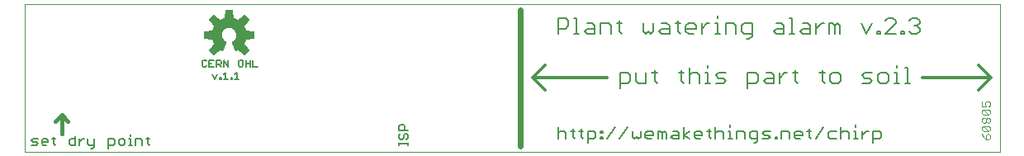
<source format=gto>
G75*
G70*
%OFA0B0*%
%FSLAX24Y24*%
%IPPOS*%
%LPD*%
%AMOC8*
5,1,8,0,0,1.08239X$1,22.5*
%
%ADD10C,0.0000*%
%ADD11C,0.0080*%
%ADD12C,0.0240*%
%ADD13C,0.0120*%
%ADD14C,0.0070*%
%ADD15C,0.0060*%
%ADD16C,0.0160*%
%ADD17C,0.0050*%
%ADD18C,0.0002*%
%ADD19C,0.0040*%
D10*
X000151Y001048D02*
X000151Y007044D01*
X039521Y007044D01*
X039521Y001048D01*
X000151Y001048D01*
D11*
X021691Y005838D02*
X021691Y006459D01*
X022001Y006459D01*
X022105Y006355D01*
X022105Y006148D01*
X022001Y006045D01*
X021691Y006045D01*
X022336Y005838D02*
X022543Y005838D01*
X022439Y005838D02*
X022439Y006459D01*
X022336Y006459D01*
X022869Y006252D02*
X023076Y006252D01*
X023179Y006148D01*
X023179Y005838D01*
X022869Y005838D01*
X022765Y005942D01*
X022869Y006045D01*
X023179Y006045D01*
X023410Y005838D02*
X023410Y006252D01*
X023720Y006252D01*
X023824Y006148D01*
X023824Y005838D01*
X024158Y005942D02*
X024261Y005838D01*
X024158Y005942D02*
X024158Y006355D01*
X024261Y006252D02*
X024054Y006252D01*
X025129Y006252D02*
X025129Y005942D01*
X025232Y005838D01*
X025335Y005942D01*
X025439Y005838D01*
X025542Y005942D01*
X025542Y006252D01*
X025877Y006252D02*
X026083Y006252D01*
X026187Y006148D01*
X026187Y005838D01*
X025877Y005838D01*
X025773Y005942D01*
X025877Y006045D01*
X026187Y006045D01*
X026521Y005942D02*
X026625Y005838D01*
X026521Y005942D02*
X026521Y006355D01*
X026418Y006252D02*
X026625Y006252D01*
X026847Y006148D02*
X026951Y006252D01*
X027158Y006252D01*
X027261Y006148D01*
X027261Y006045D01*
X026847Y006045D01*
X026847Y005942D02*
X026847Y006148D01*
X027492Y006045D02*
X027699Y006252D01*
X027802Y006252D01*
X028029Y006252D02*
X028132Y006252D01*
X028132Y005838D01*
X028029Y005838D02*
X028236Y005838D01*
X028459Y005838D02*
X028459Y006252D01*
X028769Y006252D01*
X028872Y006148D01*
X028872Y005838D01*
X029103Y005942D02*
X029207Y005838D01*
X029517Y005838D01*
X029517Y005735D02*
X029517Y006252D01*
X029207Y006252D01*
X029103Y006148D01*
X029103Y005942D01*
X029413Y005631D02*
X029517Y005735D01*
X029413Y005631D02*
X029310Y005631D01*
X030392Y005942D02*
X030496Y005838D01*
X030806Y005838D01*
X030806Y006148D01*
X030703Y006252D01*
X030496Y006252D01*
X031037Y006459D02*
X031140Y006459D01*
X031140Y005838D01*
X031037Y005838D02*
X031244Y005838D01*
X031466Y005942D02*
X031570Y006045D01*
X031880Y006045D01*
X032111Y006045D02*
X032318Y006252D01*
X032421Y006252D01*
X032648Y006252D02*
X032751Y006252D01*
X032855Y006148D01*
X032958Y006252D01*
X033062Y006148D01*
X033062Y005838D01*
X032855Y005838D02*
X032855Y006148D01*
X032648Y006252D02*
X032648Y005838D01*
X032111Y005838D02*
X032111Y006252D01*
X031880Y006148D02*
X031777Y006252D01*
X031570Y006252D01*
X031880Y006148D02*
X031880Y005838D01*
X031570Y005838D01*
X031466Y005942D01*
X030806Y006045D02*
X030496Y006045D01*
X030392Y005942D01*
X028132Y006459D02*
X028132Y006562D01*
X027492Y006252D02*
X027492Y005838D01*
X027158Y005838D02*
X026951Y005838D01*
X026847Y005942D01*
X027732Y004562D02*
X027732Y004459D01*
X026984Y004459D02*
X026984Y003838D01*
X026761Y003838D02*
X026658Y003942D01*
X026658Y004355D01*
X026761Y004252D02*
X026554Y004252D01*
X026984Y004148D02*
X027088Y004252D01*
X027294Y004252D01*
X027398Y004148D01*
X027398Y003838D01*
X027629Y003838D02*
X027835Y003838D01*
X027732Y003838D02*
X027732Y004252D01*
X027629Y004252D01*
X028058Y004148D02*
X028162Y004252D01*
X028472Y004252D01*
X028162Y004045D02*
X028058Y004148D01*
X028162Y004045D02*
X028369Y004045D01*
X028472Y003942D01*
X028369Y003838D01*
X028058Y003838D01*
X029347Y003838D02*
X029658Y003838D01*
X029761Y003942D01*
X029761Y004148D01*
X029658Y004252D01*
X029347Y004252D01*
X029347Y003631D01*
X029992Y003942D02*
X030095Y003838D01*
X030406Y003838D01*
X030406Y004148D01*
X030302Y004252D01*
X030095Y004252D01*
X030636Y004252D02*
X030636Y003838D01*
X031277Y003942D02*
X031380Y003838D01*
X031277Y003942D02*
X031277Y004355D01*
X031174Y004252D02*
X031380Y004252D01*
X030947Y004252D02*
X030843Y004252D01*
X030636Y004045D01*
X030406Y004045D02*
X030095Y004045D01*
X029992Y003942D01*
X032248Y004252D02*
X032455Y004252D01*
X032351Y004355D02*
X032351Y003942D01*
X032455Y003838D01*
X032677Y003942D02*
X032781Y003838D01*
X032988Y003838D01*
X033091Y003942D01*
X033091Y004148D01*
X032988Y004252D01*
X032781Y004252D01*
X032677Y004148D01*
X032677Y003942D01*
X033966Y003838D02*
X034277Y003838D01*
X034380Y003942D01*
X034277Y004045D01*
X034070Y004045D01*
X033966Y004148D01*
X034070Y004252D01*
X034380Y004252D01*
X034611Y004148D02*
X034611Y003942D01*
X034714Y003838D01*
X034921Y003838D01*
X035025Y003942D01*
X035025Y004148D01*
X034921Y004252D01*
X034714Y004252D01*
X034611Y004148D01*
X035256Y004252D02*
X035359Y004252D01*
X035359Y003838D01*
X035256Y003838D02*
X035462Y003838D01*
X035685Y003838D02*
X035892Y003838D01*
X035789Y003838D02*
X035789Y004459D01*
X035685Y004459D01*
X035359Y004459D02*
X035359Y004562D01*
X035318Y005838D02*
X034904Y005838D01*
X035318Y006252D01*
X035318Y006355D01*
X035214Y006459D01*
X035007Y006459D01*
X034904Y006355D01*
X034351Y006252D02*
X034144Y005838D01*
X033937Y006252D01*
X034582Y005942D02*
X034685Y005942D01*
X034685Y005838D01*
X034582Y005838D01*
X034582Y005942D01*
X035548Y005942D02*
X035548Y005838D01*
X035652Y005838D01*
X035652Y005942D01*
X035548Y005942D01*
X035871Y005942D02*
X035974Y005838D01*
X036181Y005838D01*
X036284Y005942D01*
X036284Y006045D01*
X036181Y006148D01*
X036078Y006148D01*
X036181Y006148D02*
X036284Y006252D01*
X036284Y006355D01*
X036181Y006459D01*
X035974Y006459D01*
X035871Y006355D01*
X025687Y004252D02*
X025480Y004252D01*
X025584Y004355D02*
X025584Y003942D01*
X025687Y003838D01*
X025249Y003838D02*
X025249Y004252D01*
X024836Y004252D02*
X024836Y003942D01*
X024939Y003838D01*
X025249Y003838D01*
X024605Y003942D02*
X024501Y003838D01*
X024191Y003838D01*
X024605Y003942D02*
X024605Y004148D01*
X024501Y004252D01*
X024191Y004252D01*
X024191Y003631D01*
D12*
X020151Y001298D02*
X020151Y006798D01*
D13*
X021151Y004548D02*
X020651Y004048D01*
X021151Y003548D01*
X020651Y004048D02*
X023651Y004048D01*
X036401Y004048D02*
X039151Y004048D01*
X038651Y003548D01*
X039151Y004048D02*
X038651Y004548D01*
D14*
X033713Y002155D02*
X033713Y002074D01*
X033116Y002074D02*
X033116Y001583D01*
X032927Y001583D02*
X032682Y001583D01*
X032600Y001665D01*
X032600Y001828D01*
X032682Y001910D01*
X032927Y001910D01*
X033116Y001828D02*
X033198Y001910D01*
X033361Y001910D01*
X033443Y001828D01*
X033443Y001583D01*
X033631Y001583D02*
X033795Y001583D01*
X033713Y001583D02*
X033713Y001910D01*
X033631Y001910D01*
X033975Y001910D02*
X033975Y001583D01*
X034405Y001583D02*
X034650Y001583D01*
X034732Y001665D01*
X034732Y001828D01*
X034650Y001910D01*
X034405Y001910D01*
X034405Y001420D01*
X033975Y001747D02*
X034139Y001910D01*
X034220Y001910D01*
X032412Y002074D02*
X032085Y001583D01*
X031904Y001583D02*
X031823Y001665D01*
X031823Y001992D01*
X031741Y001910D02*
X031904Y001910D01*
X031552Y001828D02*
X031552Y001747D01*
X031225Y001747D01*
X031225Y001828D02*
X031225Y001665D01*
X031307Y001583D01*
X031470Y001583D01*
X031037Y001583D02*
X031037Y001828D01*
X030955Y001910D01*
X030710Y001910D01*
X030710Y001583D01*
X030534Y001583D02*
X030534Y001665D01*
X030452Y001665D01*
X030452Y001583D01*
X030534Y001583D01*
X030263Y001665D02*
X030181Y001583D01*
X029936Y001583D01*
X029747Y001583D02*
X029502Y001583D01*
X029421Y001665D01*
X029421Y001828D01*
X029502Y001910D01*
X029747Y001910D01*
X029747Y001501D01*
X029666Y001420D01*
X029584Y001420D01*
X029232Y001583D02*
X029232Y001828D01*
X029150Y001910D01*
X028905Y001910D01*
X028905Y001583D01*
X028725Y001583D02*
X028561Y001583D01*
X028643Y001583D02*
X028643Y001910D01*
X028561Y001910D01*
X028372Y001828D02*
X028291Y001910D01*
X028127Y001910D01*
X028046Y001828D01*
X027865Y001910D02*
X027702Y001910D01*
X027784Y001992D02*
X027784Y001665D01*
X027865Y001583D01*
X028046Y001583D02*
X028046Y002074D01*
X027513Y001828D02*
X027431Y001910D01*
X027268Y001910D01*
X027186Y001828D01*
X027186Y001665D01*
X027268Y001583D01*
X027431Y001583D01*
X027002Y001583D02*
X026756Y001747D01*
X027002Y001910D01*
X027513Y001828D02*
X027513Y001747D01*
X027186Y001747D01*
X026756Y001583D02*
X026756Y002074D01*
X026568Y001828D02*
X026486Y001910D01*
X026323Y001910D01*
X026568Y001828D02*
X026568Y001583D01*
X026323Y001583D01*
X026241Y001665D01*
X026323Y001747D01*
X026568Y001747D01*
X026052Y001828D02*
X026052Y001583D01*
X025889Y001583D02*
X025889Y001828D01*
X025970Y001910D01*
X026052Y001828D01*
X025889Y001828D02*
X025807Y001910D01*
X025725Y001910D01*
X025725Y001583D01*
X025455Y001583D02*
X025291Y001583D01*
X025210Y001665D01*
X025210Y001828D01*
X025291Y001910D01*
X025455Y001910D01*
X025537Y001828D01*
X025537Y001747D01*
X025210Y001747D01*
X025021Y001665D02*
X025021Y001910D01*
X024694Y001910D02*
X024694Y001665D01*
X024776Y001583D01*
X024857Y001665D01*
X024939Y001583D01*
X025021Y001665D01*
X024505Y002074D02*
X024178Y001583D01*
X023663Y001583D02*
X023990Y002074D01*
X023487Y001910D02*
X023405Y001910D01*
X023405Y001828D01*
X023487Y001828D01*
X023487Y001910D01*
X023216Y001828D02*
X023216Y001665D01*
X023134Y001583D01*
X022889Y001583D01*
X022709Y001583D02*
X022627Y001665D01*
X022627Y001992D01*
X022546Y001910D02*
X022709Y001910D01*
X022889Y001910D02*
X023134Y001910D01*
X023216Y001828D01*
X022889Y001910D02*
X022889Y001420D01*
X023405Y001583D02*
X023405Y001665D01*
X023487Y001665D01*
X023487Y001583D01*
X023405Y001583D01*
X022365Y001583D02*
X022284Y001665D01*
X022284Y001992D01*
X022202Y001910D02*
X022365Y001910D01*
X022013Y001828D02*
X022013Y001583D01*
X021686Y001583D02*
X021686Y002074D01*
X021768Y001910D02*
X021931Y001910D01*
X022013Y001828D01*
X021768Y001910D02*
X021686Y001828D01*
X028372Y001828D02*
X028372Y001583D01*
X029936Y001828D02*
X030018Y001910D01*
X030263Y001910D01*
X030018Y001747D02*
X029936Y001828D01*
X030018Y001747D02*
X030181Y001747D01*
X030263Y001665D01*
X031225Y001828D02*
X031307Y001910D01*
X031470Y001910D01*
X031552Y001828D01*
X028643Y002074D02*
X028643Y002155D01*
X005190Y001587D02*
X005063Y001587D01*
X005126Y001650D02*
X005126Y001397D01*
X005190Y001333D01*
X004902Y001333D02*
X004902Y001523D01*
X004839Y001587D01*
X004649Y001587D01*
X004649Y001333D01*
X004499Y001333D02*
X004372Y001333D01*
X004436Y001333D02*
X004436Y001587D01*
X004372Y001587D01*
X004436Y001714D02*
X004436Y001777D01*
X004212Y001523D02*
X004148Y001587D01*
X004021Y001587D01*
X003958Y001523D01*
X003958Y001397D01*
X004021Y001333D01*
X004148Y001333D01*
X004212Y001397D01*
X004212Y001523D01*
X003797Y001523D02*
X003734Y001587D01*
X003544Y001587D01*
X003544Y001206D01*
X002969Y001270D02*
X002905Y001206D01*
X002842Y001206D01*
X002969Y001270D02*
X002969Y001587D01*
X002715Y001587D02*
X002715Y001397D01*
X002778Y001333D01*
X002969Y001333D01*
X003544Y001333D02*
X003734Y001333D01*
X003797Y001397D01*
X003797Y001523D01*
X002560Y001587D02*
X002496Y001587D01*
X002370Y001460D01*
X002370Y001333D02*
X002370Y001587D01*
X002209Y001587D02*
X002019Y001587D01*
X001955Y001523D01*
X001955Y001397D01*
X002019Y001333D01*
X002209Y001333D01*
X002209Y001714D01*
X001392Y001587D02*
X001265Y001587D01*
X001328Y001650D02*
X001328Y001397D01*
X001392Y001333D01*
X001104Y001460D02*
X000851Y001460D01*
X000851Y001397D02*
X000851Y001523D01*
X000914Y001587D01*
X001041Y001587D01*
X001104Y001523D01*
X001104Y001460D01*
X001041Y001333D02*
X000914Y001333D01*
X000851Y001397D01*
X000690Y001397D02*
X000626Y001460D01*
X000500Y001460D01*
X000436Y001523D01*
X000500Y001587D01*
X000690Y001587D01*
X000690Y001397D02*
X000626Y001333D01*
X000436Y001333D01*
D15*
X015281Y001328D02*
X015281Y001442D01*
X015281Y001385D02*
X015621Y001385D01*
X015621Y001328D02*
X015621Y001442D01*
X015564Y001574D02*
X015621Y001630D01*
X015621Y001744D01*
X015564Y001801D01*
X015508Y001801D01*
X015451Y001744D01*
X015451Y001630D01*
X015394Y001574D01*
X015338Y001574D01*
X015281Y001630D01*
X015281Y001744D01*
X015338Y001801D01*
X015281Y001942D02*
X015281Y002112D01*
X015338Y002169D01*
X015451Y002169D01*
X015508Y002112D01*
X015508Y001942D01*
X015621Y001942D02*
X015281Y001942D01*
D16*
X001901Y002298D02*
X001651Y002548D01*
X001401Y002298D01*
X001651Y002548D02*
X001651Y001798D01*
D17*
X007748Y004183D02*
X007838Y004003D01*
X007928Y004183D01*
X008190Y004183D02*
X008280Y004273D01*
X008280Y004003D01*
X008190Y004003D02*
X008370Y004003D01*
X008484Y004003D02*
X008529Y004003D01*
X008529Y004048D01*
X008484Y004048D01*
X008484Y004003D01*
X008632Y004003D02*
X008812Y004003D01*
X008722Y004003D02*
X008722Y004273D01*
X008632Y004183D01*
X008087Y004048D02*
X008087Y004003D01*
X008042Y004003D01*
X008042Y004048D01*
X008087Y004048D01*
X008088Y004503D02*
X007998Y004593D01*
X008043Y004593D02*
X007908Y004593D01*
X007908Y004503D02*
X007908Y004773D01*
X008043Y004773D01*
X008088Y004728D01*
X008088Y004638D01*
X008043Y004593D01*
X008203Y004503D02*
X008203Y004773D01*
X008383Y004503D01*
X008383Y004773D01*
X008792Y004728D02*
X008792Y004548D01*
X008837Y004503D01*
X008927Y004503D01*
X008972Y004548D01*
X008972Y004728D01*
X008927Y004773D01*
X008837Y004773D01*
X008792Y004728D01*
X009087Y004773D02*
X009087Y004503D01*
X009087Y004638D02*
X009267Y004638D01*
X009267Y004773D02*
X009267Y004503D01*
X009381Y004503D02*
X009562Y004503D01*
X009381Y004503D02*
X009381Y004773D01*
X007794Y004773D02*
X007614Y004773D01*
X007614Y004503D01*
X007794Y004503D01*
X007704Y004638D02*
X007614Y004638D01*
X007499Y004548D02*
X007454Y004503D01*
X007364Y004503D01*
X007319Y004548D01*
X007319Y004728D01*
X007364Y004773D01*
X007454Y004773D01*
X007499Y004728D01*
D18*
X007786Y005010D02*
X008037Y005215D01*
X008138Y005163D01*
X008282Y005509D01*
X008281Y005509D02*
X007779Y005509D01*
X007779Y005510D02*
X008280Y005510D01*
X008282Y005509D02*
X008228Y005538D01*
X008180Y005577D01*
X008141Y005625D01*
X007737Y005625D01*
X007737Y005626D02*
X008141Y005626D01*
X008140Y005627D02*
X007737Y005627D01*
X007736Y005628D02*
X008140Y005628D01*
X008139Y005629D02*
X007736Y005629D01*
X007736Y005630D02*
X008138Y005630D01*
X008138Y005631D02*
X007735Y005631D01*
X007735Y005632D02*
X008137Y005632D01*
X008137Y005633D02*
X007735Y005633D01*
X007734Y005634D02*
X008136Y005634D01*
X008136Y005635D02*
X007734Y005635D01*
X007734Y005636D02*
X008135Y005636D01*
X008135Y005637D02*
X007733Y005637D01*
X007733Y005638D02*
X008134Y005638D01*
X008134Y005639D02*
X007733Y005639D01*
X007732Y005640D02*
X008133Y005640D01*
X008132Y005641D02*
X007732Y005641D01*
X007732Y005642D02*
X008132Y005642D01*
X008131Y005643D02*
X007731Y005643D01*
X007731Y005644D02*
X007409Y005676D01*
X007409Y005920D01*
X007731Y005953D01*
X007409Y005920D01*
X007409Y005676D01*
X007731Y005644D01*
X007766Y005535D01*
X007818Y005434D01*
X007613Y005183D01*
X007997Y005183D01*
X007998Y005184D02*
X007614Y005184D01*
X007615Y005185D02*
X007999Y005185D01*
X008001Y005186D02*
X007616Y005186D01*
X007617Y005187D02*
X008002Y005187D01*
X008003Y005188D02*
X007617Y005188D01*
X007618Y005189D02*
X008004Y005189D01*
X008006Y005190D02*
X007619Y005190D01*
X007620Y005191D02*
X008007Y005191D01*
X008008Y005192D02*
X007621Y005192D01*
X007622Y005193D02*
X008009Y005193D01*
X008011Y005194D02*
X007622Y005194D01*
X007623Y005195D02*
X008012Y005195D01*
X008013Y005196D02*
X007624Y005196D01*
X007625Y005197D02*
X008014Y005197D01*
X008016Y005198D02*
X007626Y005198D01*
X007627Y005199D02*
X008017Y005199D01*
X008018Y005200D02*
X007627Y005200D01*
X007628Y005201D02*
X008019Y005201D01*
X008021Y005202D02*
X007629Y005202D01*
X007630Y005203D02*
X008022Y005203D01*
X008023Y005204D02*
X007631Y005204D01*
X007632Y005205D02*
X008025Y005205D01*
X008026Y005206D02*
X007632Y005206D01*
X007633Y005207D02*
X008027Y005207D01*
X008028Y005208D02*
X007634Y005208D01*
X007635Y005209D02*
X008030Y005209D01*
X008031Y005210D02*
X007636Y005210D01*
X007637Y005211D02*
X008032Y005211D01*
X008033Y005212D02*
X007637Y005212D01*
X007638Y005213D02*
X008035Y005213D01*
X008036Y005214D02*
X007639Y005214D01*
X007640Y005215D02*
X008160Y005215D01*
X008159Y005214D02*
X008038Y005214D01*
X008037Y005215D02*
X007786Y005010D01*
X007613Y005183D01*
X007786Y005010D01*
X007785Y005011D02*
X007786Y005011D01*
X007787Y005012D02*
X007784Y005012D01*
X007783Y005013D02*
X007789Y005013D01*
X007790Y005014D02*
X007782Y005014D01*
X007781Y005015D02*
X007791Y005015D01*
X007792Y005016D02*
X007780Y005016D01*
X007779Y005017D02*
X007794Y005017D01*
X007795Y005018D02*
X007778Y005018D01*
X007777Y005019D02*
X007796Y005019D01*
X007797Y005020D02*
X007776Y005020D01*
X007775Y005021D02*
X007799Y005021D01*
X007800Y005022D02*
X007774Y005022D01*
X007773Y005023D02*
X007801Y005023D01*
X007802Y005024D02*
X007772Y005024D01*
X007771Y005025D02*
X007804Y005025D01*
X007805Y005026D02*
X007770Y005026D01*
X007769Y005027D02*
X007806Y005027D01*
X007807Y005028D02*
X007768Y005028D01*
X007767Y005029D02*
X007809Y005029D01*
X007810Y005030D02*
X007766Y005030D01*
X007765Y005031D02*
X007811Y005031D01*
X007812Y005032D02*
X007764Y005032D01*
X007763Y005033D02*
X007814Y005033D01*
X007815Y005034D02*
X007762Y005034D01*
X007761Y005035D02*
X007816Y005035D01*
X007817Y005036D02*
X007759Y005036D01*
X007758Y005037D02*
X007819Y005037D01*
X007820Y005038D02*
X007757Y005038D01*
X007756Y005039D02*
X007821Y005039D01*
X007822Y005040D02*
X007755Y005040D01*
X007754Y005041D02*
X007824Y005041D01*
X007825Y005042D02*
X007753Y005042D01*
X007752Y005043D02*
X007826Y005043D01*
X007827Y005044D02*
X007751Y005044D01*
X007750Y005045D02*
X007829Y005045D01*
X007830Y005046D02*
X007749Y005046D01*
X007748Y005047D02*
X007831Y005047D01*
X007832Y005049D02*
X007747Y005049D01*
X007746Y005050D02*
X007834Y005050D01*
X007835Y005051D02*
X007745Y005051D01*
X007744Y005052D02*
X007836Y005052D01*
X007837Y005053D02*
X007743Y005053D01*
X007742Y005054D02*
X007839Y005054D01*
X007840Y005055D02*
X007741Y005055D01*
X007740Y005056D02*
X007841Y005056D01*
X007843Y005057D02*
X007739Y005057D01*
X007738Y005058D02*
X007844Y005058D01*
X007845Y005059D02*
X007737Y005059D01*
X007736Y005060D02*
X007846Y005060D01*
X007848Y005061D02*
X007735Y005061D01*
X007734Y005062D02*
X007849Y005062D01*
X007850Y005063D02*
X007733Y005063D01*
X007732Y005064D02*
X007851Y005064D01*
X007853Y005065D02*
X007731Y005065D01*
X007730Y005066D02*
X007854Y005066D01*
X007855Y005067D02*
X007729Y005067D01*
X007728Y005068D02*
X007856Y005068D01*
X007858Y005069D02*
X007727Y005069D01*
X007726Y005070D02*
X007859Y005070D01*
X007860Y005071D02*
X007725Y005071D01*
X007724Y005072D02*
X007861Y005072D01*
X007863Y005073D02*
X007723Y005073D01*
X007722Y005074D02*
X007864Y005074D01*
X007865Y005075D02*
X007721Y005075D01*
X007720Y005076D02*
X007866Y005076D01*
X007868Y005077D02*
X007719Y005077D01*
X007718Y005078D02*
X007869Y005078D01*
X007870Y005079D02*
X007716Y005079D01*
X007715Y005080D02*
X007871Y005080D01*
X007873Y005081D02*
X007714Y005081D01*
X007713Y005082D02*
X007874Y005082D01*
X007875Y005083D02*
X007712Y005083D01*
X007711Y005084D02*
X007876Y005084D01*
X007878Y005085D02*
X007710Y005085D01*
X007709Y005086D02*
X007879Y005086D01*
X007880Y005087D02*
X007708Y005087D01*
X007707Y005088D02*
X007881Y005088D01*
X007883Y005089D02*
X007706Y005089D01*
X007705Y005090D02*
X007884Y005090D01*
X007885Y005091D02*
X007704Y005091D01*
X007703Y005093D02*
X007886Y005093D01*
X007888Y005094D02*
X007702Y005094D01*
X007701Y005095D02*
X007889Y005095D01*
X007890Y005096D02*
X007700Y005096D01*
X007699Y005097D02*
X007891Y005097D01*
X007893Y005098D02*
X007698Y005098D01*
X007697Y005099D02*
X007894Y005099D01*
X007895Y005100D02*
X007696Y005100D01*
X007695Y005101D02*
X007896Y005101D01*
X007898Y005102D02*
X007694Y005102D01*
X007693Y005103D02*
X007899Y005103D01*
X007900Y005104D02*
X007692Y005104D01*
X007691Y005105D02*
X007901Y005105D01*
X007903Y005106D02*
X007690Y005106D01*
X007689Y005107D02*
X007904Y005107D01*
X007905Y005108D02*
X007688Y005108D01*
X007687Y005109D02*
X007907Y005109D01*
X007908Y005110D02*
X007686Y005110D01*
X007685Y005111D02*
X007909Y005111D01*
X007910Y005112D02*
X007684Y005112D01*
X007683Y005113D02*
X007912Y005113D01*
X007913Y005114D02*
X007682Y005114D01*
X007681Y005115D02*
X007914Y005115D01*
X007915Y005116D02*
X007680Y005116D01*
X007679Y005117D02*
X007917Y005117D01*
X007918Y005118D02*
X007678Y005118D01*
X007677Y005119D02*
X007919Y005119D01*
X007920Y005120D02*
X007676Y005120D01*
X007675Y005121D02*
X007922Y005121D01*
X007923Y005122D02*
X007674Y005122D01*
X007672Y005123D02*
X007924Y005123D01*
X007925Y005124D02*
X007671Y005124D01*
X007670Y005125D02*
X007927Y005125D01*
X007928Y005126D02*
X007669Y005126D01*
X007668Y005127D02*
X007929Y005127D01*
X007930Y005128D02*
X007667Y005128D01*
X007666Y005129D02*
X007932Y005129D01*
X007933Y005130D02*
X007665Y005130D01*
X007664Y005131D02*
X007934Y005131D01*
X007935Y005132D02*
X007663Y005132D01*
X007662Y005133D02*
X007937Y005133D01*
X007938Y005134D02*
X007661Y005134D01*
X007660Y005136D02*
X007939Y005136D01*
X007940Y005137D02*
X007659Y005137D01*
X007658Y005138D02*
X007942Y005138D01*
X007943Y005139D02*
X007657Y005139D01*
X007656Y005140D02*
X007944Y005140D01*
X007945Y005141D02*
X007655Y005141D01*
X007654Y005142D02*
X007947Y005142D01*
X007948Y005143D02*
X007653Y005143D01*
X007652Y005144D02*
X007949Y005144D01*
X007950Y005145D02*
X007651Y005145D01*
X007650Y005146D02*
X007952Y005146D01*
X007953Y005147D02*
X007649Y005147D01*
X007648Y005148D02*
X007954Y005148D01*
X007955Y005149D02*
X007647Y005149D01*
X007646Y005150D02*
X007957Y005150D01*
X007958Y005151D02*
X007645Y005151D01*
X007644Y005152D02*
X007959Y005152D01*
X007961Y005153D02*
X007643Y005153D01*
X007642Y005154D02*
X007962Y005154D01*
X007963Y005155D02*
X007641Y005155D01*
X007640Y005156D02*
X007964Y005156D01*
X007966Y005157D02*
X007639Y005157D01*
X007638Y005158D02*
X007967Y005158D01*
X007968Y005159D02*
X007637Y005159D01*
X007636Y005160D02*
X007969Y005160D01*
X007971Y005161D02*
X007635Y005161D01*
X007634Y005162D02*
X007972Y005162D01*
X007973Y005163D02*
X007633Y005163D01*
X007632Y005164D02*
X007974Y005164D01*
X007976Y005165D02*
X007631Y005165D01*
X007629Y005166D02*
X007977Y005166D01*
X007978Y005167D02*
X007628Y005167D01*
X007627Y005168D02*
X007979Y005168D01*
X007981Y005169D02*
X007626Y005169D01*
X007625Y005170D02*
X007982Y005170D01*
X007983Y005171D02*
X007624Y005171D01*
X007623Y005172D02*
X007984Y005172D01*
X007986Y005173D02*
X007622Y005173D01*
X007621Y005174D02*
X007987Y005174D01*
X007988Y005175D02*
X007620Y005175D01*
X007619Y005176D02*
X007989Y005176D01*
X007991Y005177D02*
X007618Y005177D01*
X007617Y005179D02*
X007992Y005179D01*
X007993Y005180D02*
X007616Y005180D01*
X007615Y005181D02*
X007994Y005181D01*
X007996Y005182D02*
X007614Y005182D01*
X007613Y005183D02*
X007818Y005434D01*
X008250Y005434D01*
X008250Y005433D02*
X007818Y005433D01*
X007817Y005432D02*
X008250Y005432D01*
X008249Y005431D02*
X007816Y005431D01*
X007815Y005430D02*
X008249Y005430D01*
X008248Y005429D02*
X007814Y005429D01*
X007814Y005428D02*
X008248Y005428D01*
X008248Y005427D02*
X007813Y005427D01*
X007812Y005426D02*
X008247Y005426D01*
X008247Y005425D02*
X007811Y005425D01*
X007810Y005424D02*
X008246Y005424D01*
X008246Y005423D02*
X007809Y005423D01*
X007809Y005422D02*
X008245Y005422D01*
X008245Y005421D02*
X007808Y005421D01*
X007807Y005420D02*
X008245Y005420D01*
X008244Y005419D02*
X007806Y005419D01*
X007805Y005418D02*
X008244Y005418D01*
X008243Y005417D02*
X007804Y005417D01*
X007804Y005416D02*
X008243Y005416D01*
X008242Y005415D02*
X007803Y005415D01*
X007802Y005414D02*
X008242Y005414D01*
X008242Y005413D02*
X007801Y005413D01*
X007800Y005412D02*
X008241Y005412D01*
X008241Y005411D02*
X007799Y005411D01*
X007799Y005410D02*
X008240Y005410D01*
X008240Y005409D02*
X007798Y005409D01*
X007797Y005408D02*
X008239Y005408D01*
X008239Y005407D02*
X007796Y005407D01*
X007795Y005406D02*
X008239Y005406D01*
X008238Y005405D02*
X007794Y005405D01*
X007794Y005404D02*
X008238Y005404D01*
X008237Y005403D02*
X007793Y005403D01*
X007792Y005402D02*
X008237Y005402D01*
X008236Y005401D02*
X007791Y005401D01*
X007790Y005400D02*
X008236Y005400D01*
X008236Y005399D02*
X007789Y005399D01*
X007789Y005398D02*
X008235Y005398D01*
X008235Y005397D02*
X007788Y005397D01*
X007787Y005396D02*
X008234Y005396D01*
X008234Y005394D02*
X007786Y005394D01*
X007785Y005393D02*
X008234Y005393D01*
X008233Y005392D02*
X007784Y005392D01*
X007784Y005391D02*
X008233Y005391D01*
X008232Y005390D02*
X007783Y005390D01*
X007782Y005389D02*
X008232Y005389D01*
X008231Y005388D02*
X007781Y005388D01*
X007780Y005387D02*
X008231Y005387D01*
X008231Y005386D02*
X007779Y005386D01*
X007779Y005385D02*
X008230Y005385D01*
X008230Y005384D02*
X007778Y005384D01*
X007777Y005383D02*
X008229Y005383D01*
X008229Y005382D02*
X007776Y005382D01*
X007775Y005381D02*
X008228Y005381D01*
X008228Y005380D02*
X007774Y005380D01*
X007774Y005379D02*
X008228Y005379D01*
X008227Y005378D02*
X007773Y005378D01*
X007772Y005377D02*
X008227Y005377D01*
X008226Y005376D02*
X007771Y005376D01*
X007770Y005375D02*
X008226Y005375D01*
X008225Y005374D02*
X007769Y005374D01*
X007769Y005373D02*
X008225Y005373D01*
X008225Y005372D02*
X007768Y005372D01*
X007767Y005371D02*
X008224Y005371D01*
X008224Y005370D02*
X007766Y005370D01*
X007765Y005369D02*
X008223Y005369D01*
X008223Y005368D02*
X007764Y005368D01*
X007764Y005367D02*
X008222Y005367D01*
X008222Y005366D02*
X007763Y005366D01*
X007762Y005365D02*
X008222Y005365D01*
X008221Y005364D02*
X007761Y005364D01*
X007760Y005363D02*
X008221Y005363D01*
X008220Y005362D02*
X007759Y005362D01*
X007759Y005361D02*
X008220Y005361D01*
X008220Y005360D02*
X007758Y005360D01*
X007757Y005359D02*
X008219Y005359D01*
X008219Y005358D02*
X007756Y005358D01*
X007755Y005357D02*
X008218Y005357D01*
X008218Y005356D02*
X007754Y005356D01*
X007754Y005355D02*
X008217Y005355D01*
X008217Y005354D02*
X007753Y005354D01*
X007752Y005353D02*
X008217Y005353D01*
X008216Y005351D02*
X007751Y005351D01*
X007750Y005350D02*
X008216Y005350D01*
X008215Y005349D02*
X007749Y005349D01*
X007749Y005348D02*
X008215Y005348D01*
X008214Y005347D02*
X007748Y005347D01*
X007747Y005346D02*
X008214Y005346D01*
X008214Y005345D02*
X007746Y005345D01*
X007745Y005344D02*
X008213Y005344D01*
X008213Y005343D02*
X007744Y005343D01*
X007744Y005342D02*
X008212Y005342D01*
X008212Y005341D02*
X007743Y005341D01*
X007742Y005340D02*
X008211Y005340D01*
X008211Y005339D02*
X007741Y005339D01*
X007740Y005338D02*
X008211Y005338D01*
X008210Y005337D02*
X007739Y005337D01*
X007738Y005336D02*
X008210Y005336D01*
X008209Y005335D02*
X007738Y005335D01*
X007737Y005334D02*
X008209Y005334D01*
X008209Y005333D02*
X007736Y005333D01*
X007735Y005332D02*
X008208Y005332D01*
X008208Y005331D02*
X007734Y005331D01*
X007733Y005330D02*
X008207Y005330D01*
X008207Y005329D02*
X007733Y005329D01*
X007732Y005328D02*
X008206Y005328D01*
X008206Y005327D02*
X007731Y005327D01*
X007730Y005326D02*
X008206Y005326D01*
X008205Y005325D02*
X007729Y005325D01*
X007728Y005324D02*
X008205Y005324D01*
X008204Y005323D02*
X007728Y005323D01*
X007727Y005322D02*
X008204Y005322D01*
X008203Y005321D02*
X007726Y005321D01*
X007725Y005320D02*
X008203Y005320D01*
X008203Y005319D02*
X007724Y005319D01*
X007723Y005318D02*
X008202Y005318D01*
X008202Y005317D02*
X007723Y005317D01*
X007722Y005316D02*
X008201Y005316D01*
X008201Y005315D02*
X007721Y005315D01*
X007720Y005314D02*
X008200Y005314D01*
X008200Y005313D02*
X007719Y005313D01*
X007718Y005312D02*
X008200Y005312D01*
X008199Y005311D02*
X007718Y005311D01*
X007717Y005310D02*
X008199Y005310D01*
X008198Y005309D02*
X007716Y005309D01*
X007715Y005307D02*
X008198Y005307D01*
X008197Y005306D02*
X007714Y005306D01*
X007713Y005305D02*
X008197Y005305D01*
X008197Y005304D02*
X007713Y005304D01*
X007712Y005303D02*
X008196Y005303D01*
X008196Y005302D02*
X007711Y005302D01*
X007710Y005301D02*
X008195Y005301D01*
X008195Y005300D02*
X007709Y005300D01*
X007708Y005299D02*
X008194Y005299D01*
X008194Y005298D02*
X007708Y005298D01*
X007707Y005297D02*
X008194Y005297D01*
X008193Y005296D02*
X007706Y005296D01*
X007705Y005295D02*
X008193Y005295D01*
X008192Y005294D02*
X007704Y005294D01*
X007703Y005293D02*
X008192Y005293D01*
X008192Y005292D02*
X007703Y005292D01*
X007702Y005291D02*
X008191Y005291D01*
X008191Y005290D02*
X007701Y005290D01*
X007700Y005289D02*
X008190Y005289D01*
X008190Y005288D02*
X007699Y005288D01*
X007698Y005287D02*
X008189Y005287D01*
X008189Y005286D02*
X007698Y005286D01*
X007697Y005285D02*
X008189Y005285D01*
X008188Y005284D02*
X007696Y005284D01*
X007695Y005283D02*
X008188Y005283D01*
X008187Y005282D02*
X007694Y005282D01*
X007693Y005281D02*
X008187Y005281D01*
X008186Y005280D02*
X007693Y005280D01*
X007692Y005279D02*
X008186Y005279D01*
X008186Y005278D02*
X007691Y005278D01*
X007690Y005277D02*
X008185Y005277D01*
X008185Y005276D02*
X007689Y005276D01*
X007688Y005275D02*
X008184Y005275D01*
X008184Y005274D02*
X007688Y005274D01*
X007687Y005273D02*
X008183Y005273D01*
X008183Y005272D02*
X007686Y005272D01*
X007685Y005271D02*
X008183Y005271D01*
X008182Y005270D02*
X007684Y005270D01*
X007683Y005269D02*
X008182Y005269D01*
X008181Y005268D02*
X007683Y005268D01*
X007682Y005267D02*
X008181Y005267D01*
X008181Y005266D02*
X007681Y005266D01*
X007680Y005264D02*
X008180Y005264D01*
X008180Y005263D02*
X007679Y005263D01*
X007678Y005262D02*
X008179Y005262D01*
X008179Y005261D02*
X007678Y005261D01*
X007677Y005260D02*
X008178Y005260D01*
X008178Y005259D02*
X007676Y005259D01*
X007675Y005258D02*
X008178Y005258D01*
X008177Y005257D02*
X007674Y005257D01*
X007673Y005256D02*
X008177Y005256D01*
X008176Y005255D02*
X007673Y005255D01*
X007672Y005254D02*
X008176Y005254D01*
X008175Y005253D02*
X007671Y005253D01*
X007670Y005252D02*
X008175Y005252D01*
X008175Y005251D02*
X007669Y005251D01*
X007668Y005250D02*
X008174Y005250D01*
X008174Y005249D02*
X007668Y005249D01*
X007667Y005248D02*
X008173Y005248D01*
X008173Y005247D02*
X007666Y005247D01*
X007665Y005246D02*
X008172Y005246D01*
X008172Y005245D02*
X007664Y005245D01*
X007663Y005244D02*
X008172Y005244D01*
X008171Y005243D02*
X007663Y005243D01*
X007662Y005242D02*
X008171Y005242D01*
X008170Y005241D02*
X007661Y005241D01*
X007660Y005240D02*
X008170Y005240D01*
X008169Y005239D02*
X007659Y005239D01*
X007658Y005238D02*
X008169Y005238D01*
X008169Y005237D02*
X007658Y005237D01*
X007657Y005236D02*
X008168Y005236D01*
X008168Y005235D02*
X007656Y005235D01*
X007655Y005234D02*
X008167Y005234D01*
X008167Y005233D02*
X007654Y005233D01*
X007653Y005232D02*
X008167Y005232D01*
X008166Y005231D02*
X007653Y005231D01*
X007652Y005230D02*
X008166Y005230D01*
X008165Y005229D02*
X007651Y005229D01*
X007650Y005228D02*
X008165Y005228D01*
X008164Y005227D02*
X007649Y005227D01*
X007648Y005226D02*
X008164Y005226D01*
X008164Y005225D02*
X007647Y005225D01*
X007647Y005224D02*
X008163Y005224D01*
X008163Y005223D02*
X007646Y005223D01*
X007645Y005221D02*
X008162Y005221D01*
X008162Y005220D02*
X007644Y005220D01*
X007643Y005219D02*
X008161Y005219D01*
X008161Y005218D02*
X007642Y005218D01*
X007642Y005217D02*
X008161Y005217D01*
X008160Y005216D02*
X007641Y005216D01*
X008040Y005213D02*
X008159Y005213D01*
X008158Y005212D02*
X008042Y005212D01*
X008044Y005211D02*
X008158Y005211D01*
X008158Y005210D02*
X008046Y005210D01*
X008048Y005209D02*
X008157Y005209D01*
X008157Y005208D02*
X008050Y005208D01*
X008052Y005207D02*
X008156Y005207D01*
X008156Y005206D02*
X008054Y005206D01*
X008056Y005205D02*
X008156Y005205D01*
X008155Y005204D02*
X008058Y005204D01*
X008060Y005203D02*
X008155Y005203D01*
X008154Y005202D02*
X008062Y005202D01*
X008064Y005201D02*
X008154Y005201D01*
X008153Y005200D02*
X008066Y005200D01*
X008068Y005199D02*
X008153Y005199D01*
X008153Y005198D02*
X008070Y005198D01*
X008072Y005197D02*
X008152Y005197D01*
X008152Y005196D02*
X008074Y005196D01*
X008076Y005195D02*
X008151Y005195D01*
X008151Y005194D02*
X008078Y005194D01*
X008080Y005193D02*
X008150Y005193D01*
X008150Y005192D02*
X008082Y005192D01*
X008084Y005191D02*
X008150Y005191D01*
X008149Y005190D02*
X008086Y005190D01*
X008088Y005189D02*
X008149Y005189D01*
X008148Y005188D02*
X008090Y005188D01*
X008092Y005187D02*
X008148Y005187D01*
X008147Y005186D02*
X008094Y005186D01*
X008096Y005185D02*
X008147Y005185D01*
X008147Y005184D02*
X008098Y005184D01*
X008100Y005183D02*
X008146Y005183D01*
X008146Y005182D02*
X008102Y005182D01*
X008104Y005181D02*
X008145Y005181D01*
X008145Y005180D02*
X008106Y005180D01*
X008108Y005179D02*
X008144Y005179D01*
X008144Y005177D02*
X008110Y005177D01*
X008112Y005176D02*
X008144Y005176D01*
X008143Y005175D02*
X008114Y005175D01*
X008116Y005174D02*
X008143Y005174D01*
X008142Y005173D02*
X008118Y005173D01*
X008120Y005172D02*
X008142Y005172D01*
X008141Y005171D02*
X008122Y005171D01*
X008124Y005170D02*
X008141Y005170D01*
X008141Y005169D02*
X008126Y005169D01*
X008128Y005168D02*
X008140Y005168D01*
X008140Y005167D02*
X008130Y005167D01*
X008132Y005166D02*
X008139Y005166D01*
X008139Y005165D02*
X008134Y005165D01*
X008136Y005164D02*
X008139Y005164D01*
X008138Y005163D02*
X008138Y005163D01*
X008282Y005509D01*
X008281Y005508D02*
X007780Y005508D01*
X007780Y005507D02*
X008281Y005507D01*
X008280Y005506D02*
X007781Y005506D01*
X007781Y005505D02*
X008280Y005505D01*
X008279Y005504D02*
X007782Y005504D01*
X007783Y005503D02*
X008279Y005503D01*
X008278Y005502D02*
X007783Y005502D01*
X007784Y005501D02*
X008278Y005501D01*
X008278Y005500D02*
X007784Y005500D01*
X007785Y005499D02*
X008277Y005499D01*
X008277Y005498D02*
X007785Y005498D01*
X007786Y005497D02*
X008276Y005497D01*
X008276Y005496D02*
X007786Y005496D01*
X007787Y005495D02*
X008275Y005495D01*
X008275Y005494D02*
X007787Y005494D01*
X007788Y005493D02*
X008275Y005493D01*
X008274Y005492D02*
X007788Y005492D01*
X007789Y005491D02*
X008274Y005491D01*
X008273Y005490D02*
X007789Y005490D01*
X007790Y005489D02*
X008273Y005489D01*
X008273Y005488D02*
X007790Y005488D01*
X007791Y005487D02*
X008272Y005487D01*
X008272Y005486D02*
X007791Y005486D01*
X007792Y005485D02*
X008271Y005485D01*
X008271Y005484D02*
X007793Y005484D01*
X007793Y005483D02*
X008270Y005483D01*
X008270Y005481D02*
X007794Y005481D01*
X007794Y005480D02*
X008270Y005480D01*
X008269Y005479D02*
X007795Y005479D01*
X007795Y005478D02*
X008269Y005478D01*
X008268Y005477D02*
X007796Y005477D01*
X007796Y005476D02*
X008268Y005476D01*
X008267Y005475D02*
X007797Y005475D01*
X007797Y005474D02*
X008267Y005474D01*
X008267Y005473D02*
X007798Y005473D01*
X007798Y005472D02*
X008266Y005472D01*
X008266Y005471D02*
X007799Y005471D01*
X007799Y005470D02*
X008265Y005470D01*
X008265Y005469D02*
X007800Y005469D01*
X007800Y005468D02*
X008264Y005468D01*
X008264Y005467D02*
X007801Y005467D01*
X007801Y005466D02*
X008264Y005466D01*
X008263Y005465D02*
X007802Y005465D01*
X007803Y005464D02*
X008263Y005464D01*
X008262Y005463D02*
X007803Y005463D01*
X007804Y005462D02*
X008262Y005462D01*
X008261Y005461D02*
X007804Y005461D01*
X007805Y005460D02*
X008261Y005460D01*
X008261Y005459D02*
X007805Y005459D01*
X007806Y005458D02*
X008260Y005458D01*
X008260Y005457D02*
X007806Y005457D01*
X007807Y005456D02*
X008259Y005456D01*
X008259Y005455D02*
X007807Y005455D01*
X007808Y005454D02*
X008259Y005454D01*
X008258Y005453D02*
X007808Y005453D01*
X007809Y005452D02*
X008258Y005452D01*
X008257Y005451D02*
X007809Y005451D01*
X007810Y005450D02*
X008257Y005450D01*
X008256Y005449D02*
X007810Y005449D01*
X007811Y005448D02*
X008256Y005448D01*
X008256Y005447D02*
X007811Y005447D01*
X007812Y005446D02*
X008255Y005446D01*
X008255Y005445D02*
X007813Y005445D01*
X007813Y005444D02*
X008254Y005444D01*
X008254Y005443D02*
X007814Y005443D01*
X007814Y005442D02*
X008253Y005442D01*
X008253Y005441D02*
X007815Y005441D01*
X007815Y005440D02*
X008253Y005440D01*
X008252Y005439D02*
X007816Y005439D01*
X007816Y005437D02*
X008252Y005437D01*
X008251Y005436D02*
X007817Y005436D01*
X007817Y005435D02*
X008251Y005435D01*
X008278Y005511D02*
X007778Y005511D01*
X007778Y005512D02*
X008276Y005512D01*
X008275Y005513D02*
X007777Y005513D01*
X007777Y005514D02*
X008273Y005514D01*
X008271Y005515D02*
X007776Y005515D01*
X007776Y005516D02*
X008269Y005516D01*
X008267Y005517D02*
X007775Y005517D01*
X007775Y005518D02*
X008265Y005518D01*
X008263Y005519D02*
X007774Y005519D01*
X007774Y005520D02*
X008261Y005520D01*
X008259Y005521D02*
X007773Y005521D01*
X007772Y005522D02*
X008257Y005522D01*
X008255Y005523D02*
X007772Y005523D01*
X007771Y005524D02*
X008253Y005524D01*
X008252Y005526D02*
X007771Y005526D01*
X007770Y005527D02*
X008250Y005527D01*
X008248Y005528D02*
X007770Y005528D01*
X007769Y005529D02*
X008246Y005529D01*
X008244Y005530D02*
X007769Y005530D01*
X007768Y005531D02*
X008242Y005531D01*
X008240Y005532D02*
X007768Y005532D01*
X007767Y005533D02*
X008238Y005533D01*
X008236Y005534D02*
X007767Y005534D01*
X007766Y005535D02*
X008234Y005535D01*
X008232Y005536D02*
X007766Y005536D01*
X007765Y005537D02*
X008231Y005537D01*
X008229Y005538D02*
X007765Y005538D01*
X007765Y005539D02*
X008227Y005539D01*
X008226Y005540D02*
X007764Y005540D01*
X007764Y005541D02*
X008224Y005541D01*
X008223Y005542D02*
X007764Y005542D01*
X007763Y005543D02*
X008222Y005543D01*
X008221Y005544D02*
X007763Y005544D01*
X007763Y005545D02*
X008220Y005545D01*
X008218Y005546D02*
X007762Y005546D01*
X007762Y005547D02*
X008217Y005547D01*
X008216Y005548D02*
X007762Y005548D01*
X007761Y005549D02*
X008215Y005549D01*
X008213Y005550D02*
X007761Y005550D01*
X007761Y005551D02*
X008212Y005551D01*
X008211Y005552D02*
X007761Y005552D01*
X007760Y005553D02*
X008210Y005553D01*
X008208Y005554D02*
X007760Y005554D01*
X007760Y005555D02*
X008207Y005555D01*
X008206Y005556D02*
X007759Y005556D01*
X007759Y005557D02*
X008205Y005557D01*
X008203Y005558D02*
X007759Y005558D01*
X007758Y005559D02*
X008202Y005559D01*
X008201Y005560D02*
X007758Y005560D01*
X007758Y005561D02*
X008200Y005561D01*
X008198Y005562D02*
X007757Y005562D01*
X007757Y005563D02*
X008197Y005563D01*
X008196Y005564D02*
X007757Y005564D01*
X007756Y005565D02*
X008195Y005565D01*
X008193Y005566D02*
X007756Y005566D01*
X007756Y005567D02*
X008192Y005567D01*
X008191Y005569D02*
X007755Y005569D01*
X007755Y005570D02*
X008190Y005570D01*
X008188Y005571D02*
X007755Y005571D01*
X007754Y005572D02*
X008187Y005572D01*
X008186Y005573D02*
X007754Y005573D01*
X007754Y005574D02*
X008185Y005574D01*
X008183Y005575D02*
X007753Y005575D01*
X007753Y005576D02*
X008182Y005576D01*
X008181Y005577D02*
X007753Y005577D01*
X007752Y005578D02*
X008180Y005578D01*
X008179Y005579D02*
X007752Y005579D01*
X007752Y005580D02*
X008178Y005580D01*
X008177Y005581D02*
X007751Y005581D01*
X007751Y005582D02*
X008176Y005582D01*
X008176Y005583D02*
X007751Y005583D01*
X007750Y005584D02*
X008175Y005584D01*
X008174Y005585D02*
X007750Y005585D01*
X007750Y005586D02*
X008173Y005586D01*
X008172Y005587D02*
X007749Y005587D01*
X007749Y005588D02*
X008171Y005588D01*
X008171Y005589D02*
X007749Y005589D01*
X007748Y005590D02*
X008170Y005590D01*
X008169Y005591D02*
X007748Y005591D01*
X007748Y005592D02*
X008168Y005592D01*
X008167Y005593D02*
X007747Y005593D01*
X007747Y005594D02*
X008166Y005594D01*
X008166Y005595D02*
X007747Y005595D01*
X007746Y005596D02*
X008165Y005596D01*
X008164Y005597D02*
X007746Y005597D01*
X007746Y005598D02*
X008163Y005598D01*
X008162Y005599D02*
X007745Y005599D01*
X007745Y005600D02*
X008161Y005600D01*
X008160Y005601D02*
X007745Y005601D01*
X007744Y005602D02*
X008160Y005602D01*
X008159Y005603D02*
X007744Y005603D01*
X007744Y005604D02*
X008158Y005604D01*
X008157Y005605D02*
X007744Y005605D01*
X007743Y005606D02*
X008156Y005606D01*
X008155Y005607D02*
X007743Y005607D01*
X007743Y005608D02*
X008155Y005608D01*
X008154Y005609D02*
X007742Y005609D01*
X007742Y005610D02*
X008153Y005610D01*
X008152Y005611D02*
X007742Y005611D01*
X007741Y005613D02*
X008151Y005613D01*
X008150Y005614D02*
X007741Y005614D01*
X007741Y005615D02*
X008150Y005615D01*
X008149Y005616D02*
X007740Y005616D01*
X007740Y005617D02*
X008148Y005617D01*
X008147Y005618D02*
X007740Y005618D01*
X007739Y005619D02*
X008146Y005619D01*
X008145Y005620D02*
X007739Y005620D01*
X007739Y005621D02*
X008144Y005621D01*
X008144Y005622D02*
X007738Y005622D01*
X007738Y005623D02*
X008143Y005623D01*
X008142Y005624D02*
X007738Y005624D01*
X007724Y005644D02*
X008131Y005644D01*
X008130Y005645D02*
X007714Y005645D01*
X007704Y005646D02*
X008130Y005646D01*
X008129Y005647D02*
X007694Y005647D01*
X007684Y005648D02*
X008129Y005648D01*
X008128Y005649D02*
X007674Y005649D01*
X007664Y005650D02*
X008128Y005650D01*
X008127Y005651D02*
X007654Y005651D01*
X007644Y005652D02*
X008126Y005652D01*
X008126Y005653D02*
X007634Y005653D01*
X007624Y005654D02*
X008125Y005654D01*
X008125Y005656D02*
X007614Y005656D01*
X007603Y005657D02*
X008124Y005657D01*
X008124Y005658D02*
X007593Y005658D01*
X007583Y005659D02*
X008123Y005659D01*
X008123Y005660D02*
X007573Y005660D01*
X007563Y005661D02*
X008122Y005661D01*
X008121Y005662D02*
X007553Y005662D01*
X007543Y005663D02*
X008121Y005663D01*
X008120Y005664D02*
X007533Y005664D01*
X007523Y005665D02*
X008120Y005665D01*
X008119Y005666D02*
X007513Y005666D01*
X007503Y005667D02*
X008119Y005667D01*
X008118Y005668D02*
X007493Y005668D01*
X007483Y005669D02*
X008118Y005669D01*
X008117Y005670D02*
X007473Y005670D01*
X007462Y005671D02*
X008117Y005671D01*
X008116Y005672D02*
X007452Y005672D01*
X007442Y005673D02*
X008115Y005673D01*
X008115Y005674D02*
X007432Y005674D01*
X007422Y005675D02*
X008114Y005675D01*
X008114Y005676D02*
X007412Y005676D01*
X007409Y005677D02*
X008113Y005677D01*
X008113Y005678D02*
X007409Y005678D01*
X007409Y005679D02*
X008112Y005679D01*
X008095Y005737D01*
X008089Y005798D01*
X007409Y005798D01*
X007409Y005799D02*
X008089Y005799D01*
X008089Y005800D02*
X007409Y005800D01*
X007409Y005801D02*
X008089Y005801D01*
X008089Y005802D02*
X007409Y005802D01*
X007409Y005803D02*
X008089Y005803D01*
X008089Y005804D02*
X007409Y005804D01*
X007409Y005805D02*
X008089Y005805D01*
X008089Y005806D02*
X007409Y005806D01*
X007409Y005807D02*
X008090Y005807D01*
X008090Y005808D02*
X007409Y005808D01*
X007409Y005809D02*
X008090Y005809D01*
X008090Y005810D02*
X007409Y005810D01*
X007409Y005811D02*
X008090Y005811D01*
X008090Y005812D02*
X007409Y005812D01*
X007409Y005813D02*
X008090Y005813D01*
X008090Y005814D02*
X007409Y005814D01*
X007409Y005815D02*
X008090Y005815D01*
X008091Y005816D02*
X007409Y005816D01*
X007409Y005817D02*
X008091Y005817D01*
X008091Y005818D02*
X007409Y005818D01*
X007409Y005819D02*
X008091Y005819D01*
X008091Y005820D02*
X007409Y005820D01*
X007409Y005821D02*
X008091Y005821D01*
X008091Y005822D02*
X007409Y005822D01*
X007409Y005823D02*
X008091Y005823D01*
X008091Y005824D02*
X007409Y005824D01*
X007409Y005825D02*
X008091Y005825D01*
X008092Y005826D02*
X007409Y005826D01*
X007409Y005827D02*
X008092Y005827D01*
X008092Y005829D02*
X007409Y005829D01*
X007409Y005830D02*
X008092Y005830D01*
X008092Y005831D02*
X007409Y005831D01*
X007409Y005832D02*
X008092Y005832D01*
X008092Y005833D02*
X007409Y005833D01*
X007409Y005834D02*
X008092Y005834D01*
X008092Y005835D02*
X007409Y005835D01*
X007409Y005836D02*
X008093Y005836D01*
X008093Y005837D02*
X007409Y005837D01*
X007409Y005838D02*
X008093Y005838D01*
X008093Y005839D02*
X007409Y005839D01*
X007409Y005840D02*
X008093Y005840D01*
X008093Y005841D02*
X007409Y005841D01*
X007409Y005842D02*
X008093Y005842D01*
X008093Y005843D02*
X007409Y005843D01*
X007409Y005844D02*
X008093Y005844D01*
X008093Y005845D02*
X007409Y005845D01*
X007409Y005846D02*
X008094Y005846D01*
X008094Y005847D02*
X007409Y005847D01*
X007409Y005848D02*
X008094Y005848D01*
X008094Y005849D02*
X007409Y005849D01*
X007409Y005850D02*
X008094Y005850D01*
X008094Y005851D02*
X007409Y005851D01*
X007409Y005852D02*
X008094Y005852D01*
X008094Y005853D02*
X007409Y005853D01*
X007409Y005854D02*
X008094Y005854D01*
X008095Y005855D02*
X007409Y005855D01*
X007409Y005856D02*
X008095Y005856D01*
X008095Y005857D02*
X007409Y005857D01*
X007409Y005858D02*
X008095Y005858D01*
X008095Y005859D02*
X007409Y005859D01*
X007409Y005860D02*
X008095Y005860D01*
X008095Y005861D02*
X007409Y005861D01*
X007409Y005862D02*
X008095Y005862D01*
X008115Y005923D01*
X008146Y005979D01*
X007740Y005979D01*
X007740Y005980D02*
X008147Y005980D01*
X008146Y005979D02*
X008189Y006027D01*
X008240Y006066D01*
X008298Y006093D01*
X008360Y006108D01*
X007790Y006108D01*
X007791Y006109D02*
X008395Y006109D01*
X008425Y006110D02*
X008488Y006098D01*
X008547Y006074D01*
X008601Y006039D01*
X008646Y005993D01*
X008680Y005939D01*
X009207Y005939D01*
X009217Y005938D02*
X008681Y005938D01*
X008681Y005937D02*
X009227Y005937D01*
X009237Y005936D02*
X008681Y005936D01*
X008682Y005935D02*
X009247Y005935D01*
X009257Y005934D02*
X008682Y005934D01*
X008682Y005933D02*
X009267Y005933D01*
X009277Y005932D02*
X008683Y005932D01*
X008683Y005931D02*
X009287Y005931D01*
X009297Y005930D02*
X008684Y005930D01*
X008684Y005929D02*
X009307Y005929D01*
X009317Y005928D02*
X008684Y005928D01*
X008685Y005927D02*
X009328Y005927D01*
X009338Y005926D02*
X008685Y005926D01*
X008686Y005925D02*
X009348Y005925D01*
X009358Y005924D02*
X008686Y005924D01*
X008686Y005923D02*
X009368Y005923D01*
X009378Y005922D02*
X008687Y005922D01*
X008687Y005921D02*
X009388Y005921D01*
X009394Y005920D02*
X009071Y005953D01*
X009036Y006061D01*
X008984Y006163D01*
X009189Y006414D01*
X008806Y006414D01*
X008807Y006415D02*
X009188Y006415D01*
X009187Y006416D02*
X008808Y006416D01*
X008810Y006417D02*
X009186Y006417D01*
X009185Y006418D02*
X008811Y006418D01*
X008812Y006419D02*
X009184Y006419D01*
X009183Y006420D02*
X008813Y006420D01*
X008815Y006421D02*
X009182Y006421D01*
X009181Y006422D02*
X008816Y006422D01*
X008817Y006423D02*
X009180Y006423D01*
X009179Y006424D02*
X008818Y006424D01*
X008820Y006425D02*
X009178Y006425D01*
X009177Y006426D02*
X008821Y006426D01*
X008822Y006427D02*
X009176Y006427D01*
X009175Y006428D02*
X008823Y006428D01*
X008825Y006429D02*
X009174Y006429D01*
X009173Y006430D02*
X008826Y006430D01*
X008827Y006431D02*
X009172Y006431D01*
X009171Y006432D02*
X008828Y006432D01*
X008830Y006433D02*
X009170Y006433D01*
X009169Y006434D02*
X008831Y006434D01*
X008832Y006436D02*
X009168Y006436D01*
X009166Y006437D02*
X008833Y006437D01*
X008835Y006438D02*
X009165Y006438D01*
X009164Y006439D02*
X008836Y006439D01*
X008837Y006440D02*
X009163Y006440D01*
X009162Y006441D02*
X008838Y006441D01*
X008840Y006442D02*
X009161Y006442D01*
X009160Y006443D02*
X008841Y006443D01*
X008842Y006444D02*
X009159Y006444D01*
X009158Y006445D02*
X008843Y006445D01*
X008845Y006446D02*
X009157Y006446D01*
X009156Y006447D02*
X008846Y006447D01*
X008847Y006448D02*
X009155Y006448D01*
X009154Y006449D02*
X008848Y006449D01*
X008850Y006450D02*
X009153Y006450D01*
X009152Y006451D02*
X008851Y006451D01*
X008852Y006452D02*
X009151Y006452D01*
X009150Y006453D02*
X008853Y006453D01*
X008855Y006454D02*
X009149Y006454D01*
X009148Y006455D02*
X008856Y006455D01*
X008857Y006456D02*
X009147Y006456D01*
X009146Y006457D02*
X008858Y006457D01*
X008860Y006458D02*
X009145Y006458D01*
X009144Y006459D02*
X008861Y006459D01*
X008862Y006460D02*
X009143Y006460D01*
X009142Y006461D02*
X008864Y006461D01*
X008865Y006462D02*
X009141Y006462D01*
X009140Y006463D02*
X008866Y006463D01*
X008867Y006464D02*
X009139Y006464D01*
X009138Y006465D02*
X008869Y006465D01*
X008870Y006466D02*
X009137Y006466D01*
X009136Y006467D02*
X008871Y006467D01*
X008872Y006468D02*
X009135Y006468D01*
X009134Y006469D02*
X008874Y006469D01*
X008875Y006470D02*
X009133Y006470D01*
X009132Y006471D02*
X008876Y006471D01*
X008877Y006472D02*
X009131Y006472D01*
X009130Y006473D02*
X008879Y006473D01*
X008880Y006474D02*
X009129Y006474D01*
X009128Y006475D02*
X008881Y006475D01*
X008882Y006476D02*
X009127Y006476D01*
X009126Y006477D02*
X008884Y006477D01*
X008885Y006479D02*
X009125Y006479D01*
X009124Y006480D02*
X008886Y006480D01*
X008887Y006481D02*
X009122Y006481D01*
X009121Y006482D02*
X008889Y006482D01*
X008890Y006483D02*
X009120Y006483D01*
X009119Y006484D02*
X008891Y006484D01*
X008892Y006485D02*
X009118Y006485D01*
X009117Y006486D02*
X008894Y006486D01*
X008895Y006487D02*
X009116Y006487D01*
X009115Y006488D02*
X008896Y006488D01*
X008897Y006489D02*
X009114Y006489D01*
X009113Y006490D02*
X008899Y006490D01*
X008900Y006491D02*
X009112Y006491D01*
X009111Y006492D02*
X008901Y006492D01*
X008902Y006493D02*
X009110Y006493D01*
X009109Y006494D02*
X008904Y006494D01*
X008905Y006495D02*
X009108Y006495D01*
X009107Y006496D02*
X008906Y006496D01*
X008907Y006497D02*
X009106Y006497D01*
X009105Y006498D02*
X008909Y006498D01*
X008910Y006499D02*
X009104Y006499D01*
X009103Y006500D02*
X008911Y006500D01*
X008912Y006501D02*
X009102Y006501D01*
X009101Y006502D02*
X008914Y006502D01*
X008915Y006503D02*
X009100Y006503D01*
X009099Y006504D02*
X008916Y006504D01*
X008917Y006505D02*
X009098Y006505D01*
X009097Y006506D02*
X008919Y006506D01*
X008920Y006507D02*
X009096Y006507D01*
X009095Y006508D02*
X008921Y006508D01*
X008922Y006509D02*
X009094Y006509D01*
X009093Y006510D02*
X008924Y006510D01*
X008925Y006511D02*
X009092Y006511D01*
X009091Y006512D02*
X008926Y006512D01*
X008928Y006513D02*
X009090Y006513D01*
X009089Y006514D02*
X008929Y006514D01*
X008930Y006515D02*
X009088Y006515D01*
X009087Y006516D02*
X008931Y006516D01*
X008933Y006517D02*
X009086Y006517D01*
X009085Y006518D02*
X008934Y006518D01*
X008935Y006519D02*
X009084Y006519D01*
X009083Y006520D02*
X008936Y006520D01*
X008938Y006521D02*
X009082Y006521D01*
X009081Y006523D02*
X008939Y006523D01*
X008940Y006524D02*
X009079Y006524D01*
X009078Y006525D02*
X008941Y006525D01*
X008943Y006526D02*
X009077Y006526D01*
X009076Y006527D02*
X008944Y006527D01*
X008945Y006528D02*
X009075Y006528D01*
X009074Y006529D02*
X008946Y006529D01*
X008948Y006530D02*
X009073Y006530D01*
X009072Y006531D02*
X008949Y006531D01*
X008950Y006532D02*
X009071Y006532D01*
X009070Y006533D02*
X008951Y006533D01*
X008953Y006534D02*
X009069Y006534D01*
X009068Y006535D02*
X008954Y006535D01*
X008955Y006536D02*
X009067Y006536D01*
X009066Y006537D02*
X008956Y006537D01*
X008958Y006538D02*
X009065Y006538D01*
X009064Y006539D02*
X008959Y006539D01*
X008960Y006540D02*
X009063Y006540D01*
X009062Y006541D02*
X008961Y006541D01*
X008963Y006542D02*
X009061Y006542D01*
X009060Y006543D02*
X008964Y006543D01*
X008965Y006544D02*
X009059Y006544D01*
X009058Y006545D02*
X008966Y006545D01*
X008968Y006546D02*
X009057Y006546D01*
X009056Y006547D02*
X008969Y006547D01*
X008970Y006548D02*
X009055Y006548D01*
X009054Y006549D02*
X008971Y006549D01*
X008973Y006550D02*
X009053Y006550D01*
X009052Y006551D02*
X008974Y006551D01*
X008975Y006552D02*
X009051Y006552D01*
X009050Y006553D02*
X008976Y006553D01*
X008978Y006554D02*
X009049Y006554D01*
X009048Y006555D02*
X008979Y006555D01*
X008980Y006556D02*
X009047Y006556D01*
X009046Y006557D02*
X008981Y006557D01*
X008983Y006558D02*
X009045Y006558D01*
X009044Y006559D02*
X008984Y006559D01*
X008985Y006560D02*
X009043Y006560D01*
X009042Y006561D02*
X008986Y006561D01*
X008988Y006562D02*
X009041Y006562D01*
X009040Y006563D02*
X008989Y006563D01*
X008990Y006564D02*
X009039Y006564D01*
X009038Y006566D02*
X008992Y006566D01*
X008993Y006567D02*
X009036Y006567D01*
X009035Y006568D02*
X008994Y006568D01*
X008995Y006569D02*
X009034Y006569D01*
X009033Y006570D02*
X008997Y006570D01*
X008998Y006571D02*
X009032Y006571D01*
X009031Y006572D02*
X008999Y006572D01*
X009000Y006573D02*
X009030Y006573D01*
X009029Y006574D02*
X009002Y006574D01*
X009003Y006575D02*
X009028Y006575D01*
X009027Y006576D02*
X009004Y006576D01*
X009005Y006577D02*
X009026Y006577D01*
X009025Y006578D02*
X009007Y006578D01*
X009008Y006579D02*
X009024Y006579D01*
X009023Y006580D02*
X009009Y006580D01*
X009010Y006581D02*
X009022Y006581D01*
X009021Y006582D02*
X009012Y006582D01*
X009013Y006583D02*
X009020Y006583D01*
X009019Y006584D02*
X009014Y006584D01*
X009015Y006585D02*
X009018Y006585D01*
X009017Y006586D02*
X009017Y006586D01*
X008766Y006381D01*
X009163Y006381D01*
X009163Y006382D02*
X008767Y006382D01*
X008768Y006383D02*
X009164Y006383D01*
X009165Y006384D02*
X008769Y006384D01*
X008771Y006385D02*
X009166Y006385D01*
X009167Y006386D02*
X008772Y006386D01*
X008773Y006387D02*
X009168Y006387D01*
X009168Y006388D02*
X008774Y006388D01*
X008776Y006389D02*
X009169Y006389D01*
X009170Y006390D02*
X008777Y006390D01*
X008778Y006391D02*
X009171Y006391D01*
X009172Y006393D02*
X008779Y006393D01*
X008781Y006394D02*
X009173Y006394D01*
X009173Y006395D02*
X008782Y006395D01*
X008783Y006396D02*
X009174Y006396D01*
X009175Y006397D02*
X008784Y006397D01*
X008786Y006398D02*
X009176Y006398D01*
X009177Y006399D02*
X008787Y006399D01*
X008788Y006400D02*
X009178Y006400D01*
X009178Y006401D02*
X008789Y006401D01*
X008791Y006402D02*
X009179Y006402D01*
X009180Y006403D02*
X008792Y006403D01*
X008793Y006404D02*
X009181Y006404D01*
X009182Y006405D02*
X008794Y006405D01*
X008796Y006406D02*
X009183Y006406D01*
X009183Y006407D02*
X008797Y006407D01*
X008798Y006408D02*
X009184Y006408D01*
X009185Y006409D02*
X008799Y006409D01*
X008801Y006410D02*
X009186Y006410D01*
X009187Y006411D02*
X008802Y006411D01*
X008803Y006412D02*
X009188Y006412D01*
X009188Y006413D02*
X008804Y006413D01*
X008766Y006381D02*
X008664Y006433D01*
X008138Y006433D01*
X008037Y006381D01*
X007786Y006586D01*
X007785Y006586D01*
X007786Y006586D02*
X007613Y006414D01*
X007818Y006163D01*
X008985Y006163D01*
X008984Y006163D02*
X009189Y006414D01*
X009017Y006586D01*
X008766Y006381D01*
X008765Y006381D02*
X008037Y006381D01*
X007786Y006586D01*
X007613Y006414D01*
X007818Y006163D01*
X007766Y006061D01*
X008233Y006061D01*
X008232Y006060D02*
X007766Y006060D01*
X007766Y006061D02*
X007731Y005953D01*
X008132Y005953D01*
X008131Y005952D02*
X007727Y005952D01*
X007732Y005954D02*
X008132Y005954D01*
X008133Y005955D02*
X007732Y005955D01*
X007732Y005956D02*
X008134Y005956D01*
X008134Y005957D02*
X007733Y005957D01*
X007733Y005959D02*
X008135Y005959D01*
X008135Y005960D02*
X007733Y005960D01*
X007734Y005961D02*
X008136Y005961D01*
X008136Y005962D02*
X007734Y005962D01*
X007734Y005963D02*
X008137Y005963D01*
X008138Y005964D02*
X007735Y005964D01*
X007735Y005965D02*
X008138Y005965D01*
X008139Y005966D02*
X007735Y005966D01*
X007736Y005967D02*
X008139Y005967D01*
X008140Y005968D02*
X007736Y005968D01*
X007736Y005969D02*
X008141Y005969D01*
X008141Y005970D02*
X007737Y005970D01*
X007737Y005971D02*
X008142Y005971D01*
X008142Y005972D02*
X007737Y005972D01*
X007738Y005973D02*
X008143Y005973D01*
X008143Y005974D02*
X007738Y005974D01*
X007738Y005975D02*
X008144Y005975D01*
X008145Y005976D02*
X007739Y005976D01*
X007739Y005977D02*
X008145Y005977D01*
X008146Y005978D02*
X007739Y005978D01*
X007740Y005981D02*
X008148Y005981D01*
X008149Y005982D02*
X007741Y005982D01*
X007741Y005983D02*
X008150Y005983D01*
X008151Y005984D02*
X007741Y005984D01*
X007742Y005985D02*
X008152Y005985D01*
X008153Y005986D02*
X007742Y005986D01*
X007742Y005987D02*
X008153Y005987D01*
X008154Y005988D02*
X007743Y005988D01*
X007743Y005989D02*
X008155Y005989D01*
X008156Y005990D02*
X007743Y005990D01*
X007744Y005991D02*
X008157Y005991D01*
X008158Y005992D02*
X007744Y005992D01*
X007744Y005993D02*
X008159Y005993D01*
X008160Y005994D02*
X007745Y005994D01*
X007745Y005995D02*
X008161Y005995D01*
X008162Y005996D02*
X007745Y005996D01*
X007746Y005997D02*
X008162Y005997D01*
X008163Y005998D02*
X007746Y005998D01*
X007746Y005999D02*
X008164Y005999D01*
X008165Y006000D02*
X007747Y006000D01*
X007747Y006001D02*
X008166Y006001D01*
X008167Y006003D02*
X007747Y006003D01*
X007748Y006004D02*
X008168Y006004D01*
X008169Y006005D02*
X007748Y006005D01*
X007748Y006006D02*
X008170Y006006D01*
X008171Y006007D02*
X007749Y006007D01*
X007749Y006008D02*
X008171Y006008D01*
X008172Y006009D02*
X007749Y006009D01*
X007749Y006010D02*
X008173Y006010D01*
X008174Y006011D02*
X007750Y006011D01*
X007750Y006012D02*
X008175Y006012D01*
X008176Y006013D02*
X007750Y006013D01*
X007751Y006014D02*
X008177Y006014D01*
X008178Y006015D02*
X007751Y006015D01*
X007751Y006016D02*
X008179Y006016D01*
X008179Y006017D02*
X007752Y006017D01*
X007752Y006018D02*
X008180Y006018D01*
X008181Y006019D02*
X007752Y006019D01*
X007753Y006020D02*
X008182Y006020D01*
X008183Y006021D02*
X007753Y006021D01*
X007753Y006022D02*
X008184Y006022D01*
X008185Y006023D02*
X007754Y006023D01*
X007754Y006024D02*
X008186Y006024D01*
X008187Y006025D02*
X007754Y006025D01*
X007755Y006026D02*
X008188Y006026D01*
X008188Y006027D02*
X007755Y006027D01*
X007755Y006028D02*
X008190Y006028D01*
X008191Y006029D02*
X007756Y006029D01*
X007756Y006030D02*
X008192Y006030D01*
X008194Y006031D02*
X007756Y006031D01*
X007757Y006032D02*
X008195Y006032D01*
X008197Y006033D02*
X007757Y006033D01*
X007757Y006034D02*
X008198Y006034D01*
X008199Y006035D02*
X007758Y006035D01*
X007758Y006036D02*
X008201Y006036D01*
X008202Y006037D02*
X007758Y006037D01*
X007759Y006038D02*
X008203Y006038D01*
X008205Y006039D02*
X007759Y006039D01*
X007759Y006040D02*
X008206Y006040D01*
X008207Y006041D02*
X007760Y006041D01*
X007760Y006042D02*
X008209Y006042D01*
X008210Y006043D02*
X007760Y006043D01*
X007761Y006044D02*
X008212Y006044D01*
X008213Y006046D02*
X007761Y006046D01*
X007761Y006047D02*
X008214Y006047D01*
X008216Y006048D02*
X007762Y006048D01*
X007762Y006049D02*
X008217Y006049D01*
X008218Y006050D02*
X007762Y006050D01*
X007763Y006051D02*
X008220Y006051D01*
X008221Y006052D02*
X007763Y006052D01*
X007763Y006053D02*
X008222Y006053D01*
X008224Y006054D02*
X007764Y006054D01*
X007764Y006055D02*
X008225Y006055D01*
X008226Y006056D02*
X007764Y006056D01*
X007765Y006057D02*
X008228Y006057D01*
X008229Y006058D02*
X007765Y006058D01*
X007765Y006059D02*
X008231Y006059D01*
X008235Y006062D02*
X007766Y006062D01*
X007767Y006063D02*
X008236Y006063D01*
X008237Y006064D02*
X007767Y006064D01*
X007768Y006065D02*
X008239Y006065D01*
X008240Y006066D02*
X007768Y006066D01*
X007769Y006067D02*
X008242Y006067D01*
X008245Y006068D02*
X007769Y006068D01*
X007770Y006069D02*
X008247Y006069D01*
X008249Y006070D02*
X007771Y006070D01*
X007771Y006071D02*
X008251Y006071D01*
X008253Y006072D02*
X007772Y006072D01*
X007772Y006073D02*
X008255Y006073D01*
X008258Y006074D02*
X007773Y006074D01*
X007773Y006075D02*
X008260Y006075D01*
X008262Y006076D02*
X007774Y006076D01*
X007774Y006077D02*
X008264Y006077D01*
X008266Y006078D02*
X007775Y006078D01*
X007775Y006079D02*
X008269Y006079D01*
X008271Y006080D02*
X007776Y006080D01*
X007776Y006081D02*
X008273Y006081D01*
X008275Y006082D02*
X007777Y006082D01*
X007777Y006083D02*
X008277Y006083D01*
X008279Y006084D02*
X007778Y006084D01*
X007778Y006085D02*
X008282Y006085D01*
X008284Y006086D02*
X007779Y006086D01*
X007779Y006087D02*
X008286Y006087D01*
X008288Y006089D02*
X007780Y006089D01*
X007781Y006090D02*
X008290Y006090D01*
X008292Y006091D02*
X007781Y006091D01*
X007782Y006092D02*
X008295Y006092D01*
X008297Y006093D02*
X007782Y006093D01*
X007783Y006094D02*
X008300Y006094D01*
X008304Y006095D02*
X007783Y006095D01*
X007784Y006096D02*
X008309Y006096D01*
X008313Y006097D02*
X007784Y006097D01*
X007785Y006098D02*
X008317Y006098D01*
X008321Y006099D02*
X007785Y006099D01*
X007786Y006100D02*
X008326Y006100D01*
X008330Y006101D02*
X007786Y006101D01*
X007787Y006102D02*
X008334Y006102D01*
X008339Y006103D02*
X007787Y006103D01*
X007788Y006104D02*
X008343Y006104D01*
X008347Y006105D02*
X007788Y006105D01*
X007789Y006106D02*
X008352Y006106D01*
X008356Y006107D02*
X007790Y006107D01*
X007791Y006110D02*
X009011Y006110D01*
X009011Y006111D02*
X007792Y006111D01*
X007792Y006112D02*
X009010Y006112D01*
X009010Y006113D02*
X007793Y006113D01*
X007793Y006114D02*
X009009Y006114D01*
X009009Y006115D02*
X007794Y006115D01*
X007794Y006116D02*
X009008Y006116D01*
X009008Y006117D02*
X007795Y006117D01*
X007795Y006118D02*
X009007Y006118D01*
X009007Y006119D02*
X007796Y006119D01*
X007796Y006120D02*
X009006Y006120D01*
X009006Y006121D02*
X007797Y006121D01*
X007797Y006122D02*
X009005Y006122D01*
X009004Y006123D02*
X007798Y006123D01*
X007799Y006124D02*
X009004Y006124D01*
X009003Y006125D02*
X007799Y006125D01*
X007800Y006126D02*
X009003Y006126D01*
X009002Y006127D02*
X007800Y006127D01*
X007801Y006128D02*
X009002Y006128D01*
X009001Y006129D02*
X007801Y006129D01*
X007802Y006130D02*
X009001Y006130D01*
X009000Y006131D02*
X007802Y006131D01*
X007803Y006133D02*
X009000Y006133D01*
X008999Y006134D02*
X007803Y006134D01*
X007804Y006135D02*
X008999Y006135D01*
X008998Y006136D02*
X007804Y006136D01*
X007805Y006137D02*
X008998Y006137D01*
X008997Y006138D02*
X007805Y006138D01*
X007806Y006139D02*
X008997Y006139D01*
X008996Y006140D02*
X007806Y006140D01*
X007807Y006141D02*
X008995Y006141D01*
X008995Y006142D02*
X007807Y006142D01*
X007808Y006143D02*
X008994Y006143D01*
X008994Y006144D02*
X007809Y006144D01*
X007809Y006145D02*
X008993Y006145D01*
X008993Y006146D02*
X007810Y006146D01*
X007810Y006147D02*
X008992Y006147D01*
X008992Y006148D02*
X007811Y006148D01*
X007811Y006149D02*
X008991Y006149D01*
X008991Y006150D02*
X007812Y006150D01*
X007812Y006151D02*
X008990Y006151D01*
X008990Y006152D02*
X007813Y006152D01*
X007813Y006153D02*
X008989Y006153D01*
X008989Y006154D02*
X007814Y006154D01*
X007814Y006155D02*
X008988Y006155D01*
X008988Y006156D02*
X007815Y006156D01*
X007815Y006157D02*
X008987Y006157D01*
X008986Y006158D02*
X007816Y006158D01*
X007816Y006159D02*
X008986Y006159D01*
X008985Y006160D02*
X007817Y006160D01*
X007817Y006161D02*
X008985Y006161D01*
X008984Y006162D02*
X007818Y006162D01*
X007817Y006164D02*
X008986Y006164D01*
X008986Y006165D02*
X007816Y006165D01*
X007815Y006166D02*
X008987Y006166D01*
X008988Y006167D02*
X007814Y006167D01*
X007813Y006168D02*
X008989Y006168D01*
X008990Y006169D02*
X007813Y006169D01*
X007812Y006170D02*
X008991Y006170D01*
X008991Y006171D02*
X007811Y006171D01*
X007810Y006172D02*
X008992Y006172D01*
X008993Y006173D02*
X007809Y006173D01*
X007808Y006174D02*
X008994Y006174D01*
X008995Y006176D02*
X007808Y006176D01*
X007807Y006177D02*
X008996Y006177D01*
X008996Y006178D02*
X007806Y006178D01*
X007805Y006179D02*
X008997Y006179D01*
X008998Y006180D02*
X007804Y006180D01*
X007803Y006181D02*
X008999Y006181D01*
X009000Y006182D02*
X007803Y006182D01*
X007802Y006183D02*
X009001Y006183D01*
X009001Y006184D02*
X007801Y006184D01*
X007800Y006185D02*
X009002Y006185D01*
X009003Y006186D02*
X007799Y006186D01*
X007798Y006187D02*
X009004Y006187D01*
X009005Y006188D02*
X007798Y006188D01*
X007797Y006189D02*
X009006Y006189D01*
X009006Y006190D02*
X007796Y006190D01*
X007795Y006191D02*
X009007Y006191D01*
X009008Y006192D02*
X007794Y006192D01*
X007793Y006193D02*
X009009Y006193D01*
X009010Y006194D02*
X007793Y006194D01*
X007792Y006195D02*
X009011Y006195D01*
X009011Y006196D02*
X007791Y006196D01*
X007790Y006197D02*
X009012Y006197D01*
X009013Y006198D02*
X007789Y006198D01*
X007788Y006199D02*
X009014Y006199D01*
X009015Y006200D02*
X007788Y006200D01*
X007787Y006201D02*
X009016Y006201D01*
X009016Y006202D02*
X007786Y006202D01*
X007785Y006203D02*
X009017Y006203D01*
X009018Y006204D02*
X007784Y006204D01*
X007783Y006205D02*
X009019Y006205D01*
X009020Y006206D02*
X007782Y006206D01*
X007782Y006207D02*
X009021Y006207D01*
X009021Y006208D02*
X007781Y006208D01*
X007780Y006209D02*
X009022Y006209D01*
X009023Y006210D02*
X007779Y006210D01*
X007778Y006211D02*
X009024Y006211D01*
X009025Y006212D02*
X007777Y006212D01*
X007777Y006213D02*
X009026Y006213D01*
X009026Y006214D02*
X007776Y006214D01*
X007775Y006215D02*
X009027Y006215D01*
X009028Y006216D02*
X007774Y006216D01*
X007773Y006217D02*
X009029Y006217D01*
X009030Y006219D02*
X007772Y006219D01*
X007772Y006220D02*
X009031Y006220D01*
X009032Y006221D02*
X007771Y006221D01*
X007770Y006222D02*
X009032Y006222D01*
X009033Y006223D02*
X007769Y006223D01*
X007768Y006224D02*
X009034Y006224D01*
X009035Y006225D02*
X007767Y006225D01*
X007767Y006226D02*
X009036Y006226D01*
X009037Y006227D02*
X007766Y006227D01*
X007765Y006228D02*
X009037Y006228D01*
X009038Y006229D02*
X007764Y006229D01*
X007763Y006230D02*
X009039Y006230D01*
X009040Y006231D02*
X007762Y006231D01*
X007762Y006232D02*
X009041Y006232D01*
X009042Y006233D02*
X007761Y006233D01*
X007760Y006234D02*
X009042Y006234D01*
X009043Y006235D02*
X007759Y006235D01*
X007758Y006236D02*
X009044Y006236D01*
X009045Y006237D02*
X007757Y006237D01*
X007757Y006238D02*
X009046Y006238D01*
X009047Y006239D02*
X007756Y006239D01*
X007755Y006240D02*
X009047Y006240D01*
X009048Y006241D02*
X007754Y006241D01*
X007753Y006242D02*
X009049Y006242D01*
X009050Y006243D02*
X007752Y006243D01*
X007752Y006244D02*
X009051Y006244D01*
X009052Y006245D02*
X007751Y006245D01*
X007750Y006246D02*
X009052Y006246D01*
X009053Y006247D02*
X007749Y006247D01*
X007748Y006248D02*
X009054Y006248D01*
X009055Y006249D02*
X007747Y006249D01*
X007747Y006250D02*
X009056Y006250D01*
X009057Y006251D02*
X007746Y006251D01*
X007745Y006252D02*
X009057Y006252D01*
X009058Y006253D02*
X007744Y006253D01*
X007743Y006254D02*
X009059Y006254D01*
X009060Y006255D02*
X007742Y006255D01*
X007742Y006256D02*
X009061Y006256D01*
X009062Y006257D02*
X007741Y006257D01*
X007740Y006258D02*
X009062Y006258D01*
X009063Y006259D02*
X007739Y006259D01*
X007738Y006260D02*
X009064Y006260D01*
X009065Y006261D02*
X007737Y006261D01*
X007737Y006263D02*
X009066Y006263D01*
X009067Y006264D02*
X007736Y006264D01*
X007735Y006265D02*
X009067Y006265D01*
X009068Y006266D02*
X007734Y006266D01*
X007733Y006267D02*
X009069Y006267D01*
X009070Y006268D02*
X007732Y006268D01*
X007732Y006269D02*
X009071Y006269D01*
X009072Y006270D02*
X007731Y006270D01*
X007730Y006271D02*
X009072Y006271D01*
X009073Y006272D02*
X007729Y006272D01*
X007728Y006273D02*
X009074Y006273D01*
X009075Y006274D02*
X007727Y006274D01*
X007727Y006275D02*
X009076Y006275D01*
X009077Y006276D02*
X007726Y006276D01*
X007725Y006277D02*
X009077Y006277D01*
X009078Y006278D02*
X007724Y006278D01*
X007723Y006279D02*
X009079Y006279D01*
X009080Y006280D02*
X007722Y006280D01*
X007722Y006281D02*
X009081Y006281D01*
X009082Y006282D02*
X007721Y006282D01*
X007720Y006283D02*
X009082Y006283D01*
X009083Y006284D02*
X007719Y006284D01*
X007718Y006285D02*
X009084Y006285D01*
X009085Y006286D02*
X007717Y006286D01*
X007717Y006287D02*
X009086Y006287D01*
X009087Y006288D02*
X007716Y006288D01*
X007715Y006289D02*
X009087Y006289D01*
X009088Y006290D02*
X007714Y006290D01*
X007713Y006291D02*
X009089Y006291D01*
X009090Y006292D02*
X007712Y006292D01*
X007712Y006293D02*
X009091Y006293D01*
X009092Y006294D02*
X007711Y006294D01*
X007710Y006295D02*
X009092Y006295D01*
X009093Y006296D02*
X007709Y006296D01*
X007708Y006297D02*
X009094Y006297D01*
X009095Y006298D02*
X007707Y006298D01*
X007707Y006299D02*
X009096Y006299D01*
X009097Y006300D02*
X007706Y006300D01*
X007705Y006301D02*
X009097Y006301D01*
X009098Y006302D02*
X007704Y006302D01*
X007703Y006303D02*
X009099Y006303D01*
X009100Y006304D02*
X007702Y006304D01*
X007702Y006306D02*
X009101Y006306D01*
X009102Y006307D02*
X007701Y006307D01*
X007700Y006308D02*
X009102Y006308D01*
X009103Y006309D02*
X007699Y006309D01*
X007698Y006310D02*
X009104Y006310D01*
X009105Y006311D02*
X007697Y006311D01*
X007696Y006312D02*
X009106Y006312D01*
X009107Y006313D02*
X007696Y006313D01*
X007695Y006314D02*
X009107Y006314D01*
X009108Y006315D02*
X007694Y006315D01*
X007693Y006316D02*
X009109Y006316D01*
X009110Y006317D02*
X007692Y006317D01*
X007691Y006318D02*
X009111Y006318D01*
X009112Y006319D02*
X007691Y006319D01*
X007690Y006320D02*
X009112Y006320D01*
X009113Y006321D02*
X007689Y006321D01*
X007688Y006322D02*
X009114Y006322D01*
X009115Y006323D02*
X007687Y006323D01*
X007686Y006324D02*
X009116Y006324D01*
X009117Y006325D02*
X007686Y006325D01*
X007685Y006326D02*
X009117Y006326D01*
X009118Y006327D02*
X007684Y006327D01*
X007683Y006328D02*
X009119Y006328D01*
X009120Y006329D02*
X007682Y006329D01*
X007681Y006330D02*
X009121Y006330D01*
X009122Y006331D02*
X007681Y006331D01*
X007680Y006332D02*
X009123Y006332D01*
X009123Y006333D02*
X007679Y006333D01*
X007678Y006334D02*
X009124Y006334D01*
X009125Y006335D02*
X007677Y006335D01*
X007676Y006336D02*
X009126Y006336D01*
X009127Y006337D02*
X007676Y006337D01*
X007675Y006338D02*
X009128Y006338D01*
X009128Y006339D02*
X007674Y006339D01*
X007673Y006340D02*
X009129Y006340D01*
X009130Y006341D02*
X007672Y006341D01*
X007671Y006342D02*
X009131Y006342D01*
X009132Y006343D02*
X007671Y006343D01*
X007670Y006344D02*
X009133Y006344D01*
X009133Y006345D02*
X007669Y006345D01*
X007668Y006346D02*
X009134Y006346D01*
X009135Y006347D02*
X007667Y006347D01*
X007666Y006349D02*
X009136Y006349D01*
X009137Y006350D02*
X007666Y006350D01*
X007665Y006351D02*
X009138Y006351D01*
X009138Y006352D02*
X007664Y006352D01*
X007663Y006353D02*
X009139Y006353D01*
X009140Y006354D02*
X007662Y006354D01*
X007661Y006355D02*
X009141Y006355D01*
X009142Y006356D02*
X007661Y006356D01*
X007660Y006357D02*
X009143Y006357D01*
X009143Y006358D02*
X007659Y006358D01*
X007658Y006359D02*
X009144Y006359D01*
X009145Y006360D02*
X007657Y006360D01*
X007656Y006361D02*
X009146Y006361D01*
X009147Y006362D02*
X007656Y006362D01*
X007655Y006363D02*
X009148Y006363D01*
X009148Y006364D02*
X007654Y006364D01*
X007653Y006365D02*
X009149Y006365D01*
X009150Y006366D02*
X007652Y006366D01*
X007651Y006367D02*
X009151Y006367D01*
X009152Y006368D02*
X007651Y006368D01*
X007650Y006369D02*
X009153Y006369D01*
X009153Y006370D02*
X007649Y006370D01*
X007648Y006371D02*
X009154Y006371D01*
X009155Y006372D02*
X007647Y006372D01*
X007646Y006373D02*
X009156Y006373D01*
X009157Y006374D02*
X007646Y006374D01*
X007645Y006375D02*
X009158Y006375D01*
X009158Y006376D02*
X007644Y006376D01*
X007643Y006377D02*
X009159Y006377D01*
X009160Y006378D02*
X007642Y006378D01*
X007641Y006379D02*
X009161Y006379D01*
X009162Y006380D02*
X007641Y006380D01*
X007640Y006381D02*
X008037Y006381D01*
X008036Y006382D02*
X007639Y006382D01*
X007638Y006383D02*
X008034Y006383D01*
X008033Y006384D02*
X007637Y006384D01*
X007636Y006385D02*
X008032Y006385D01*
X008031Y006386D02*
X007636Y006386D01*
X007635Y006387D02*
X008029Y006387D01*
X008028Y006388D02*
X007634Y006388D01*
X007633Y006389D02*
X008027Y006389D01*
X008026Y006390D02*
X007632Y006390D01*
X007631Y006391D02*
X008024Y006391D01*
X008023Y006393D02*
X007631Y006393D01*
X007630Y006394D02*
X008022Y006394D01*
X008021Y006395D02*
X007629Y006395D01*
X007628Y006396D02*
X008019Y006396D01*
X008018Y006397D02*
X007627Y006397D01*
X007626Y006398D02*
X008017Y006398D01*
X008015Y006399D02*
X007626Y006399D01*
X007625Y006400D02*
X008014Y006400D01*
X008013Y006401D02*
X007624Y006401D01*
X007623Y006402D02*
X008012Y006402D01*
X008010Y006403D02*
X007622Y006403D01*
X007621Y006404D02*
X008009Y006404D01*
X008008Y006405D02*
X007621Y006405D01*
X007620Y006406D02*
X008007Y006406D01*
X008005Y006407D02*
X007619Y006407D01*
X007618Y006408D02*
X008004Y006408D01*
X008003Y006409D02*
X007617Y006409D01*
X007616Y006410D02*
X008002Y006410D01*
X008000Y006411D02*
X007616Y006411D01*
X007615Y006412D02*
X007999Y006412D01*
X007998Y006413D02*
X007614Y006413D01*
X007613Y006414D02*
X007997Y006414D01*
X007995Y006415D02*
X007614Y006415D01*
X007615Y006416D02*
X007994Y006416D01*
X007993Y006417D02*
X007616Y006417D01*
X007617Y006418D02*
X007992Y006418D01*
X007990Y006419D02*
X007618Y006419D01*
X007619Y006420D02*
X007989Y006420D01*
X007988Y006421D02*
X007621Y006421D01*
X007622Y006422D02*
X007987Y006422D01*
X007985Y006423D02*
X007623Y006423D01*
X007624Y006424D02*
X007984Y006424D01*
X007983Y006425D02*
X007625Y006425D01*
X007626Y006426D02*
X007982Y006426D01*
X007980Y006427D02*
X007627Y006427D01*
X007628Y006428D02*
X007979Y006428D01*
X007978Y006429D02*
X007629Y006429D01*
X007630Y006430D02*
X007977Y006430D01*
X007975Y006431D02*
X007631Y006431D01*
X007632Y006432D02*
X007974Y006432D01*
X007973Y006433D02*
X007633Y006433D01*
X007634Y006434D02*
X007972Y006434D01*
X007970Y006436D02*
X007635Y006436D01*
X007636Y006437D02*
X007969Y006437D01*
X007968Y006438D02*
X007637Y006438D01*
X007638Y006439D02*
X007967Y006439D01*
X007965Y006440D02*
X007639Y006440D01*
X007640Y006441D02*
X007964Y006441D01*
X007963Y006442D02*
X007641Y006442D01*
X007642Y006443D02*
X007961Y006443D01*
X007960Y006444D02*
X007643Y006444D01*
X007644Y006445D02*
X007959Y006445D01*
X007958Y006446D02*
X007645Y006446D01*
X007646Y006447D02*
X007956Y006447D01*
X007955Y006448D02*
X007647Y006448D01*
X007648Y006449D02*
X007954Y006449D01*
X007953Y006450D02*
X007649Y006450D01*
X007650Y006451D02*
X007951Y006451D01*
X007950Y006452D02*
X007651Y006452D01*
X007652Y006453D02*
X007949Y006453D01*
X007948Y006454D02*
X007653Y006454D01*
X007654Y006455D02*
X007946Y006455D01*
X007945Y006456D02*
X007655Y006456D01*
X007656Y006457D02*
X007944Y006457D01*
X007943Y006458D02*
X007657Y006458D01*
X007658Y006459D02*
X007941Y006459D01*
X007940Y006460D02*
X007659Y006460D01*
X007660Y006461D02*
X007939Y006461D01*
X007938Y006462D02*
X007661Y006462D01*
X007662Y006463D02*
X007936Y006463D01*
X007935Y006464D02*
X007664Y006464D01*
X007665Y006465D02*
X007934Y006465D01*
X007933Y006466D02*
X007666Y006466D01*
X007667Y006467D02*
X007931Y006467D01*
X007930Y006468D02*
X007668Y006468D01*
X007669Y006469D02*
X007929Y006469D01*
X007928Y006470D02*
X007670Y006470D01*
X007671Y006471D02*
X007926Y006471D01*
X007925Y006472D02*
X007672Y006472D01*
X007673Y006473D02*
X007924Y006473D01*
X007923Y006474D02*
X007674Y006474D01*
X007675Y006475D02*
X007921Y006475D01*
X007920Y006476D02*
X007676Y006476D01*
X007677Y006477D02*
X007919Y006477D01*
X007918Y006479D02*
X007678Y006479D01*
X007679Y006480D02*
X007916Y006480D01*
X007915Y006481D02*
X007680Y006481D01*
X007681Y006482D02*
X007914Y006482D01*
X007913Y006483D02*
X007682Y006483D01*
X007683Y006484D02*
X007911Y006484D01*
X007910Y006485D02*
X007684Y006485D01*
X007685Y006486D02*
X007909Y006486D01*
X007908Y006487D02*
X007686Y006487D01*
X007687Y006488D02*
X007906Y006488D01*
X007905Y006489D02*
X007688Y006489D01*
X007689Y006490D02*
X007904Y006490D01*
X007903Y006491D02*
X007690Y006491D01*
X007691Y006492D02*
X007901Y006492D01*
X007900Y006493D02*
X007692Y006493D01*
X007693Y006494D02*
X007899Y006494D01*
X007897Y006495D02*
X007694Y006495D01*
X007695Y006496D02*
X007896Y006496D01*
X007895Y006497D02*
X007696Y006497D01*
X007697Y006498D02*
X007894Y006498D01*
X007892Y006499D02*
X007698Y006499D01*
X007699Y006500D02*
X007891Y006500D01*
X007890Y006501D02*
X007700Y006501D01*
X007701Y006502D02*
X007889Y006502D01*
X007887Y006503D02*
X007702Y006503D01*
X007703Y006504D02*
X007886Y006504D01*
X007885Y006505D02*
X007704Y006505D01*
X007705Y006506D02*
X007884Y006506D01*
X007882Y006507D02*
X007706Y006507D01*
X007708Y006508D02*
X007881Y006508D01*
X007880Y006509D02*
X007709Y006509D01*
X007710Y006510D02*
X007879Y006510D01*
X007877Y006511D02*
X007711Y006511D01*
X007712Y006512D02*
X007876Y006512D01*
X007875Y006513D02*
X007713Y006513D01*
X007714Y006514D02*
X007874Y006514D01*
X007872Y006515D02*
X007715Y006515D01*
X007716Y006516D02*
X007871Y006516D01*
X007870Y006517D02*
X007717Y006517D01*
X007718Y006518D02*
X007869Y006518D01*
X007867Y006519D02*
X007719Y006519D01*
X007720Y006520D02*
X007866Y006520D01*
X007865Y006521D02*
X007721Y006521D01*
X007722Y006523D02*
X007864Y006523D01*
X007862Y006524D02*
X007723Y006524D01*
X007724Y006525D02*
X007861Y006525D01*
X007860Y006526D02*
X007725Y006526D01*
X007726Y006527D02*
X007859Y006527D01*
X007857Y006528D02*
X007727Y006528D01*
X007728Y006529D02*
X007856Y006529D01*
X007855Y006530D02*
X007729Y006530D01*
X007730Y006531D02*
X007854Y006531D01*
X007852Y006532D02*
X007731Y006532D01*
X007732Y006533D02*
X007851Y006533D01*
X007850Y006534D02*
X007733Y006534D01*
X007734Y006535D02*
X007849Y006535D01*
X007847Y006536D02*
X007735Y006536D01*
X007736Y006537D02*
X007846Y006537D01*
X007845Y006538D02*
X007737Y006538D01*
X007738Y006539D02*
X007844Y006539D01*
X007842Y006540D02*
X007739Y006540D01*
X007740Y006541D02*
X007841Y006541D01*
X007840Y006542D02*
X007741Y006542D01*
X007742Y006543D02*
X007839Y006543D01*
X007837Y006544D02*
X007743Y006544D01*
X007744Y006545D02*
X007836Y006545D01*
X007835Y006546D02*
X007745Y006546D01*
X007746Y006547D02*
X007833Y006547D01*
X007832Y006548D02*
X007747Y006548D01*
X007748Y006549D02*
X007831Y006549D01*
X007830Y006550D02*
X007749Y006550D01*
X007751Y006551D02*
X007828Y006551D01*
X007827Y006552D02*
X007752Y006552D01*
X007753Y006553D02*
X007826Y006553D01*
X007825Y006554D02*
X007754Y006554D01*
X007755Y006555D02*
X007823Y006555D01*
X007822Y006556D02*
X007756Y006556D01*
X007757Y006557D02*
X007821Y006557D01*
X007820Y006558D02*
X007758Y006558D01*
X007759Y006559D02*
X007818Y006559D01*
X007817Y006560D02*
X007760Y006560D01*
X007761Y006561D02*
X007816Y006561D01*
X007815Y006562D02*
X007762Y006562D01*
X007763Y006563D02*
X007813Y006563D01*
X007812Y006564D02*
X007764Y006564D01*
X007765Y006566D02*
X007811Y006566D01*
X007810Y006567D02*
X007766Y006567D01*
X007767Y006568D02*
X007808Y006568D01*
X007807Y006569D02*
X007768Y006569D01*
X007769Y006570D02*
X007806Y006570D01*
X007805Y006571D02*
X007770Y006571D01*
X007771Y006572D02*
X007803Y006572D01*
X007802Y006573D02*
X007772Y006573D01*
X007773Y006574D02*
X007801Y006574D01*
X007800Y006575D02*
X007774Y006575D01*
X007775Y006576D02*
X007798Y006576D01*
X007797Y006577D02*
X007776Y006577D01*
X007777Y006578D02*
X007796Y006578D01*
X007795Y006579D02*
X007778Y006579D01*
X007779Y006580D02*
X007793Y006580D01*
X007792Y006581D02*
X007780Y006581D01*
X007781Y006582D02*
X007791Y006582D01*
X007790Y006583D02*
X007782Y006583D01*
X007783Y006584D02*
X007788Y006584D01*
X007787Y006585D02*
X007784Y006585D01*
X008138Y006433D02*
X008247Y006468D01*
X008279Y006791D01*
X008523Y006791D01*
X008556Y006468D01*
X008523Y006791D01*
X008279Y006791D01*
X008523Y006791D01*
X008523Y006790D02*
X008279Y006790D01*
X008279Y006791D02*
X008247Y006468D01*
X008556Y006468D01*
X008664Y006433D01*
X008666Y006432D02*
X008136Y006432D01*
X008134Y006431D02*
X008668Y006431D01*
X008670Y006430D02*
X008132Y006430D01*
X008130Y006429D02*
X008672Y006429D01*
X008674Y006428D02*
X008128Y006428D01*
X008126Y006427D02*
X008676Y006427D01*
X008678Y006426D02*
X008124Y006426D01*
X008122Y006425D02*
X008680Y006425D01*
X008682Y006424D02*
X008120Y006424D01*
X008118Y006423D02*
X008684Y006423D01*
X008686Y006422D02*
X008116Y006422D01*
X008114Y006421D02*
X008688Y006421D01*
X008690Y006420D02*
X008112Y006420D01*
X008110Y006419D02*
X008692Y006419D01*
X008694Y006418D02*
X008108Y006418D01*
X008106Y006417D02*
X008696Y006417D01*
X008698Y006416D02*
X008104Y006416D01*
X008102Y006415D02*
X008700Y006415D01*
X008702Y006414D02*
X008101Y006414D01*
X008099Y006413D02*
X008704Y006413D01*
X008706Y006412D02*
X008097Y006412D01*
X008095Y006411D02*
X008708Y006411D01*
X008710Y006410D02*
X008093Y006410D01*
X008091Y006409D02*
X008712Y006409D01*
X008714Y006408D02*
X008089Y006408D01*
X008087Y006407D02*
X008716Y006407D01*
X008718Y006406D02*
X008085Y006406D01*
X008083Y006405D02*
X008720Y006405D01*
X008722Y006404D02*
X008081Y006404D01*
X008079Y006403D02*
X008724Y006403D01*
X008726Y006402D02*
X008077Y006402D01*
X008075Y006401D02*
X008728Y006401D01*
X008730Y006400D02*
X008073Y006400D01*
X008071Y006399D02*
X008732Y006399D01*
X008734Y006398D02*
X008069Y006398D01*
X008067Y006397D02*
X008736Y006397D01*
X008738Y006396D02*
X008065Y006396D01*
X008063Y006395D02*
X008740Y006395D01*
X008742Y006394D02*
X008061Y006394D01*
X008059Y006393D02*
X008744Y006393D01*
X008746Y006391D02*
X008057Y006391D01*
X008055Y006390D02*
X008748Y006390D01*
X008750Y006389D02*
X008053Y006389D01*
X008051Y006388D02*
X008752Y006388D01*
X008754Y006387D02*
X008049Y006387D01*
X008047Y006386D02*
X008756Y006386D01*
X008758Y006385D02*
X008045Y006385D01*
X008043Y006384D02*
X008759Y006384D01*
X008761Y006383D02*
X008041Y006383D01*
X008039Y006382D02*
X008763Y006382D01*
X008661Y006434D02*
X008142Y006434D01*
X008145Y006436D02*
X008658Y006436D01*
X008654Y006437D02*
X008148Y006437D01*
X008151Y006438D02*
X008651Y006438D01*
X008648Y006439D02*
X008154Y006439D01*
X008158Y006440D02*
X008645Y006440D01*
X008642Y006441D02*
X008161Y006441D01*
X008164Y006442D02*
X008638Y006442D01*
X008635Y006443D02*
X008167Y006443D01*
X008170Y006444D02*
X008632Y006444D01*
X008629Y006445D02*
X008174Y006445D01*
X008177Y006446D02*
X008626Y006446D01*
X008622Y006447D02*
X008180Y006447D01*
X008183Y006448D02*
X008619Y006448D01*
X008616Y006449D02*
X008186Y006449D01*
X008190Y006450D02*
X008613Y006450D01*
X008610Y006451D02*
X008193Y006451D01*
X008196Y006452D02*
X008606Y006452D01*
X008603Y006453D02*
X008199Y006453D01*
X008202Y006454D02*
X008600Y006454D01*
X008597Y006455D02*
X008206Y006455D01*
X008209Y006456D02*
X008594Y006456D01*
X008590Y006457D02*
X008212Y006457D01*
X008215Y006458D02*
X008587Y006458D01*
X008584Y006459D02*
X008218Y006459D01*
X008222Y006460D02*
X008581Y006460D01*
X008578Y006461D02*
X008225Y006461D01*
X008228Y006462D02*
X008574Y006462D01*
X008571Y006463D02*
X008231Y006463D01*
X008234Y006464D02*
X008568Y006464D01*
X008565Y006465D02*
X008238Y006465D01*
X008241Y006466D02*
X008562Y006466D01*
X008558Y006467D02*
X008244Y006467D01*
X008247Y006469D02*
X008556Y006469D01*
X008556Y006470D02*
X008247Y006470D01*
X008247Y006471D02*
X008556Y006471D01*
X008555Y006472D02*
X008247Y006472D01*
X008247Y006473D02*
X008555Y006473D01*
X008555Y006474D02*
X008247Y006474D01*
X008247Y006475D02*
X008555Y006475D01*
X008555Y006476D02*
X008247Y006476D01*
X008248Y006477D02*
X008555Y006477D01*
X008555Y006479D02*
X008248Y006479D01*
X008248Y006480D02*
X008555Y006480D01*
X008555Y006481D02*
X008248Y006481D01*
X008248Y006482D02*
X008554Y006482D01*
X008554Y006483D02*
X008248Y006483D01*
X008248Y006484D02*
X008554Y006484D01*
X008554Y006485D02*
X008248Y006485D01*
X008248Y006486D02*
X008554Y006486D01*
X008554Y006487D02*
X008248Y006487D01*
X008249Y006488D02*
X008554Y006488D01*
X008554Y006489D02*
X008249Y006489D01*
X008249Y006490D02*
X008554Y006490D01*
X008554Y006491D02*
X008249Y006491D01*
X008249Y006492D02*
X008553Y006492D01*
X008553Y006493D02*
X008249Y006493D01*
X008249Y006494D02*
X008553Y006494D01*
X008553Y006495D02*
X008249Y006495D01*
X008249Y006496D02*
X008553Y006496D01*
X008553Y006497D02*
X008249Y006497D01*
X008250Y006498D02*
X008553Y006498D01*
X008553Y006499D02*
X008250Y006499D01*
X008250Y006500D02*
X008553Y006500D01*
X008552Y006501D02*
X008250Y006501D01*
X008250Y006502D02*
X008552Y006502D01*
X008552Y006503D02*
X008250Y006503D01*
X008250Y006504D02*
X008552Y006504D01*
X008552Y006505D02*
X008250Y006505D01*
X008250Y006506D02*
X008552Y006506D01*
X008552Y006507D02*
X008251Y006507D01*
X008251Y006508D02*
X008552Y006508D01*
X008552Y006509D02*
X008251Y006509D01*
X008251Y006510D02*
X008552Y006510D01*
X008551Y006511D02*
X008251Y006511D01*
X008251Y006512D02*
X008551Y006512D01*
X008551Y006513D02*
X008251Y006513D01*
X008251Y006514D02*
X008551Y006514D01*
X008551Y006515D02*
X008251Y006515D01*
X008251Y006516D02*
X008551Y006516D01*
X008551Y006517D02*
X008252Y006517D01*
X008252Y006518D02*
X008551Y006518D01*
X008551Y006519D02*
X008252Y006519D01*
X008252Y006520D02*
X008551Y006520D01*
X008550Y006521D02*
X008252Y006521D01*
X008252Y006523D02*
X008550Y006523D01*
X008550Y006524D02*
X008252Y006524D01*
X008252Y006525D02*
X008550Y006525D01*
X008550Y006526D02*
X008252Y006526D01*
X008253Y006527D02*
X008550Y006527D01*
X008550Y006528D02*
X008253Y006528D01*
X008253Y006529D02*
X008550Y006529D01*
X008550Y006530D02*
X008253Y006530D01*
X008253Y006531D02*
X008549Y006531D01*
X008549Y006532D02*
X008253Y006532D01*
X008253Y006533D02*
X008549Y006533D01*
X008549Y006534D02*
X008253Y006534D01*
X008253Y006535D02*
X008549Y006535D01*
X008549Y006536D02*
X008253Y006536D01*
X008254Y006537D02*
X008549Y006537D01*
X008549Y006538D02*
X008254Y006538D01*
X008254Y006539D02*
X008549Y006539D01*
X008549Y006540D02*
X008254Y006540D01*
X008254Y006541D02*
X008548Y006541D01*
X008548Y006542D02*
X008254Y006542D01*
X008254Y006543D02*
X008548Y006543D01*
X008548Y006544D02*
X008254Y006544D01*
X008254Y006545D02*
X008548Y006545D01*
X008548Y006546D02*
X008254Y006546D01*
X008255Y006547D02*
X008548Y006547D01*
X008548Y006548D02*
X008255Y006548D01*
X008255Y006549D02*
X008548Y006549D01*
X008548Y006550D02*
X008255Y006550D01*
X008255Y006551D02*
X008547Y006551D01*
X008547Y006552D02*
X008255Y006552D01*
X008255Y006553D02*
X008547Y006553D01*
X008547Y006554D02*
X008255Y006554D01*
X008255Y006555D02*
X008547Y006555D01*
X008547Y006556D02*
X008256Y006556D01*
X008256Y006557D02*
X008547Y006557D01*
X008547Y006558D02*
X008256Y006558D01*
X008256Y006559D02*
X008547Y006559D01*
X008546Y006560D02*
X008256Y006560D01*
X008256Y006561D02*
X008546Y006561D01*
X008546Y006562D02*
X008256Y006562D01*
X008256Y006563D02*
X008546Y006563D01*
X008546Y006564D02*
X008256Y006564D01*
X008256Y006566D02*
X008546Y006566D01*
X008546Y006567D02*
X008257Y006567D01*
X008257Y006568D02*
X008546Y006568D01*
X008546Y006569D02*
X008257Y006569D01*
X008257Y006570D02*
X008546Y006570D01*
X008545Y006571D02*
X008257Y006571D01*
X008257Y006572D02*
X008545Y006572D01*
X008545Y006573D02*
X008257Y006573D01*
X008257Y006574D02*
X008545Y006574D01*
X008545Y006575D02*
X008257Y006575D01*
X008257Y006576D02*
X008545Y006576D01*
X008545Y006577D02*
X008258Y006577D01*
X008258Y006578D02*
X008545Y006578D01*
X008545Y006579D02*
X008258Y006579D01*
X008258Y006580D02*
X008544Y006580D01*
X008544Y006581D02*
X008258Y006581D01*
X008258Y006582D02*
X008544Y006582D01*
X008544Y006583D02*
X008258Y006583D01*
X008258Y006584D02*
X008544Y006584D01*
X008544Y006585D02*
X008258Y006585D01*
X008259Y006586D02*
X008544Y006586D01*
X008544Y006587D02*
X008259Y006587D01*
X008259Y006588D02*
X008544Y006588D01*
X008544Y006589D02*
X008259Y006589D01*
X008259Y006590D02*
X008543Y006590D01*
X008543Y006591D02*
X008259Y006591D01*
X008259Y006592D02*
X008543Y006592D01*
X008543Y006593D02*
X008259Y006593D01*
X008259Y006594D02*
X008543Y006594D01*
X008543Y006595D02*
X008259Y006595D01*
X008260Y006596D02*
X008543Y006596D01*
X008543Y006597D02*
X008260Y006597D01*
X008260Y006598D02*
X008543Y006598D01*
X008543Y006599D02*
X008260Y006599D01*
X008260Y006600D02*
X008542Y006600D01*
X008542Y006601D02*
X008260Y006601D01*
X008260Y006602D02*
X008542Y006602D01*
X008542Y006603D02*
X008260Y006603D01*
X008260Y006604D02*
X008542Y006604D01*
X008542Y006605D02*
X008261Y006605D01*
X008261Y006606D02*
X008542Y006606D01*
X008542Y006607D02*
X008261Y006607D01*
X008261Y006609D02*
X008542Y006609D01*
X008541Y006610D02*
X008261Y006610D01*
X008261Y006611D02*
X008541Y006611D01*
X008541Y006612D02*
X008261Y006612D01*
X008261Y006613D02*
X008541Y006613D01*
X008541Y006614D02*
X008261Y006614D01*
X008261Y006615D02*
X008541Y006615D01*
X008541Y006616D02*
X008262Y006616D01*
X008262Y006617D02*
X008541Y006617D01*
X008541Y006618D02*
X008262Y006618D01*
X008262Y006619D02*
X008541Y006619D01*
X008540Y006620D02*
X008262Y006620D01*
X008262Y006621D02*
X008540Y006621D01*
X008540Y006622D02*
X008262Y006622D01*
X008262Y006623D02*
X008540Y006623D01*
X008540Y006624D02*
X008262Y006624D01*
X008262Y006625D02*
X008540Y006625D01*
X008540Y006626D02*
X008263Y006626D01*
X008263Y006627D02*
X008540Y006627D01*
X008540Y006628D02*
X008263Y006628D01*
X008263Y006629D02*
X008539Y006629D01*
X008539Y006630D02*
X008263Y006630D01*
X008263Y006631D02*
X008539Y006631D01*
X008539Y006632D02*
X008263Y006632D01*
X008263Y006633D02*
X008539Y006633D01*
X008539Y006634D02*
X008263Y006634D01*
X008264Y006635D02*
X008539Y006635D01*
X008539Y006636D02*
X008264Y006636D01*
X008264Y006637D02*
X008539Y006637D01*
X008539Y006638D02*
X008264Y006638D01*
X008264Y006639D02*
X008538Y006639D01*
X008538Y006640D02*
X008264Y006640D01*
X008264Y006641D02*
X008538Y006641D01*
X008538Y006642D02*
X008264Y006642D01*
X008264Y006643D02*
X008538Y006643D01*
X008538Y006644D02*
X008264Y006644D01*
X008265Y006645D02*
X008538Y006645D01*
X008538Y006646D02*
X008265Y006646D01*
X008265Y006647D02*
X008538Y006647D01*
X008538Y006648D02*
X008265Y006648D01*
X008265Y006649D02*
X008537Y006649D01*
X008537Y006650D02*
X008265Y006650D01*
X008265Y006651D02*
X008537Y006651D01*
X008537Y006653D02*
X008265Y006653D01*
X008265Y006654D02*
X008537Y006654D01*
X008537Y006655D02*
X008266Y006655D01*
X008266Y006656D02*
X008537Y006656D01*
X008537Y006657D02*
X008266Y006657D01*
X008266Y006658D02*
X008537Y006658D01*
X008536Y006659D02*
X008266Y006659D01*
X008266Y006660D02*
X008536Y006660D01*
X008536Y006661D02*
X008266Y006661D01*
X008266Y006662D02*
X008536Y006662D01*
X008536Y006663D02*
X008266Y006663D01*
X008266Y006664D02*
X008536Y006664D01*
X008536Y006665D02*
X008267Y006665D01*
X008267Y006666D02*
X008536Y006666D01*
X008536Y006667D02*
X008267Y006667D01*
X008267Y006668D02*
X008536Y006668D01*
X008535Y006669D02*
X008267Y006669D01*
X008267Y006670D02*
X008535Y006670D01*
X008535Y006671D02*
X008267Y006671D01*
X008267Y006672D02*
X008535Y006672D01*
X008535Y006673D02*
X008267Y006673D01*
X008267Y006674D02*
X008535Y006674D01*
X008535Y006675D02*
X008268Y006675D01*
X008268Y006676D02*
X008535Y006676D01*
X008535Y006677D02*
X008268Y006677D01*
X008268Y006678D02*
X008534Y006678D01*
X008534Y006679D02*
X008268Y006679D01*
X008268Y006680D02*
X008534Y006680D01*
X008534Y006681D02*
X008268Y006681D01*
X008268Y006682D02*
X008534Y006682D01*
X008534Y006683D02*
X008268Y006683D01*
X008269Y006684D02*
X008534Y006684D01*
X008534Y006685D02*
X008269Y006685D01*
X008269Y006686D02*
X008534Y006686D01*
X008534Y006687D02*
X008269Y006687D01*
X008269Y006688D02*
X008533Y006688D01*
X008533Y006689D02*
X008269Y006689D01*
X008269Y006690D02*
X008533Y006690D01*
X008533Y006691D02*
X008269Y006691D01*
X008269Y006692D02*
X008533Y006692D01*
X008533Y006693D02*
X008269Y006693D01*
X008270Y006694D02*
X008533Y006694D01*
X008533Y006696D02*
X008270Y006696D01*
X008270Y006697D02*
X008533Y006697D01*
X008533Y006698D02*
X008270Y006698D01*
X008270Y006699D02*
X008532Y006699D01*
X008532Y006700D02*
X008270Y006700D01*
X008270Y006701D02*
X008532Y006701D01*
X008532Y006702D02*
X008270Y006702D01*
X008270Y006703D02*
X008532Y006703D01*
X008532Y006704D02*
X008271Y006704D01*
X008271Y006705D02*
X008532Y006705D01*
X008532Y006706D02*
X008271Y006706D01*
X008271Y006707D02*
X008532Y006707D01*
X008531Y006708D02*
X008271Y006708D01*
X008271Y006709D02*
X008531Y006709D01*
X008531Y006710D02*
X008271Y006710D01*
X008271Y006711D02*
X008531Y006711D01*
X008531Y006712D02*
X008271Y006712D01*
X008271Y006713D02*
X008531Y006713D01*
X008531Y006714D02*
X008272Y006714D01*
X008272Y006715D02*
X008531Y006715D01*
X008531Y006716D02*
X008272Y006716D01*
X008272Y006717D02*
X008531Y006717D01*
X008530Y006718D02*
X008272Y006718D01*
X008272Y006719D02*
X008530Y006719D01*
X008530Y006720D02*
X008272Y006720D01*
X008272Y006721D02*
X008530Y006721D01*
X008530Y006722D02*
X008272Y006722D01*
X008272Y006723D02*
X008530Y006723D01*
X008530Y006724D02*
X008273Y006724D01*
X008273Y006725D02*
X008530Y006725D01*
X008530Y006726D02*
X008273Y006726D01*
X008273Y006727D02*
X008529Y006727D01*
X008529Y006728D02*
X008273Y006728D01*
X008273Y006729D02*
X008529Y006729D01*
X008529Y006730D02*
X008273Y006730D01*
X008273Y006731D02*
X008529Y006731D01*
X008529Y006732D02*
X008273Y006732D01*
X008274Y006733D02*
X008529Y006733D01*
X008529Y006734D02*
X008274Y006734D01*
X008274Y006735D02*
X008529Y006735D01*
X008529Y006736D02*
X008274Y006736D01*
X008274Y006737D02*
X008528Y006737D01*
X008528Y006739D02*
X008274Y006739D01*
X008274Y006740D02*
X008528Y006740D01*
X008528Y006741D02*
X008274Y006741D01*
X008274Y006742D02*
X008528Y006742D01*
X008528Y006743D02*
X008274Y006743D01*
X008275Y006744D02*
X008528Y006744D01*
X008528Y006745D02*
X008275Y006745D01*
X008275Y006746D02*
X008528Y006746D01*
X008528Y006747D02*
X008275Y006747D01*
X008275Y006748D02*
X008527Y006748D01*
X008527Y006749D02*
X008275Y006749D01*
X008275Y006750D02*
X008527Y006750D01*
X008527Y006751D02*
X008275Y006751D01*
X008275Y006752D02*
X008527Y006752D01*
X008527Y006753D02*
X008276Y006753D01*
X008276Y006754D02*
X008527Y006754D01*
X008527Y006755D02*
X008276Y006755D01*
X008276Y006756D02*
X008527Y006756D01*
X008526Y006757D02*
X008276Y006757D01*
X008276Y006758D02*
X008526Y006758D01*
X008526Y006759D02*
X008276Y006759D01*
X008276Y006760D02*
X008526Y006760D01*
X008526Y006761D02*
X008276Y006761D01*
X008276Y006762D02*
X008526Y006762D01*
X008526Y006763D02*
X008277Y006763D01*
X008277Y006764D02*
X008526Y006764D01*
X008526Y006765D02*
X008277Y006765D01*
X008277Y006766D02*
X008526Y006766D01*
X008525Y006767D02*
X008277Y006767D01*
X008277Y006768D02*
X008525Y006768D01*
X008525Y006769D02*
X008277Y006769D01*
X008277Y006770D02*
X008525Y006770D01*
X008525Y006771D02*
X008277Y006771D01*
X008277Y006772D02*
X008525Y006772D01*
X008525Y006773D02*
X008278Y006773D01*
X008278Y006774D02*
X008525Y006774D01*
X008525Y006775D02*
X008278Y006775D01*
X008278Y006776D02*
X008525Y006776D01*
X008524Y006777D02*
X008278Y006777D01*
X008278Y006778D02*
X008524Y006778D01*
X008524Y006779D02*
X008278Y006779D01*
X008278Y006780D02*
X008524Y006780D01*
X008524Y006781D02*
X008278Y006781D01*
X008279Y006783D02*
X008524Y006783D01*
X008524Y006784D02*
X008279Y006784D01*
X008279Y006785D02*
X008524Y006785D01*
X008524Y006786D02*
X008279Y006786D01*
X008279Y006787D02*
X008523Y006787D01*
X008523Y006788D02*
X008279Y006788D01*
X008279Y006789D02*
X008523Y006789D01*
X009017Y006586D02*
X009189Y006414D01*
X009012Y006109D02*
X008429Y006109D01*
X008425Y006110D02*
X008360Y006108D01*
X008435Y006108D02*
X009012Y006108D01*
X009013Y006107D02*
X008441Y006107D01*
X008446Y006106D02*
X009013Y006106D01*
X009014Y006105D02*
X008452Y006105D01*
X008458Y006104D02*
X009014Y006104D01*
X009015Y006103D02*
X008463Y006103D01*
X008469Y006102D02*
X009016Y006102D01*
X009016Y006101D02*
X008475Y006101D01*
X008480Y006100D02*
X009017Y006100D01*
X009017Y006099D02*
X008486Y006099D01*
X008490Y006098D02*
X009018Y006098D01*
X009018Y006097D02*
X008492Y006097D01*
X008495Y006096D02*
X009019Y006096D01*
X009019Y006095D02*
X008497Y006095D01*
X008500Y006094D02*
X009020Y006094D01*
X009020Y006093D02*
X008502Y006093D01*
X008505Y006092D02*
X009021Y006092D01*
X009021Y006091D02*
X008507Y006091D01*
X008510Y006090D02*
X009022Y006090D01*
X009022Y006089D02*
X008512Y006089D01*
X008515Y006087D02*
X009023Y006087D01*
X009023Y006086D02*
X008517Y006086D01*
X008520Y006085D02*
X009024Y006085D01*
X009024Y006084D02*
X008523Y006084D01*
X008525Y006083D02*
X009025Y006083D01*
X009026Y006082D02*
X008528Y006082D01*
X008530Y006081D02*
X009026Y006081D01*
X009027Y006080D02*
X008533Y006080D01*
X008535Y006079D02*
X009027Y006079D01*
X009028Y006078D02*
X008538Y006078D01*
X008540Y006077D02*
X009028Y006077D01*
X009029Y006076D02*
X008543Y006076D01*
X008545Y006075D02*
X009029Y006075D01*
X009030Y006074D02*
X008548Y006074D01*
X008549Y006073D02*
X009030Y006073D01*
X009031Y006072D02*
X008551Y006072D01*
X008552Y006071D02*
X009031Y006071D01*
X009032Y006070D02*
X008554Y006070D01*
X008555Y006069D02*
X009032Y006069D01*
X009033Y006068D02*
X008557Y006068D01*
X008558Y006067D02*
X009033Y006067D01*
X009034Y006066D02*
X008560Y006066D01*
X008561Y006065D02*
X009035Y006065D01*
X009035Y006064D02*
X008563Y006064D01*
X008564Y006063D02*
X009036Y006063D01*
X009036Y006062D02*
X008566Y006062D01*
X008568Y006061D02*
X009037Y006061D01*
X009037Y006060D02*
X008569Y006060D01*
X008571Y006059D02*
X009037Y006059D01*
X009038Y006058D02*
X008572Y006058D01*
X008574Y006057D02*
X009038Y006057D01*
X009038Y006056D02*
X008575Y006056D01*
X008577Y006055D02*
X009039Y006055D01*
X009039Y006054D02*
X008578Y006054D01*
X008580Y006053D02*
X009039Y006053D01*
X009039Y006052D02*
X008581Y006052D01*
X008583Y006051D02*
X009040Y006051D01*
X009040Y006050D02*
X008584Y006050D01*
X008586Y006049D02*
X009040Y006049D01*
X009041Y006048D02*
X008587Y006048D01*
X008589Y006047D02*
X009041Y006047D01*
X009041Y006046D02*
X008591Y006046D01*
X008592Y006044D02*
X009042Y006044D01*
X009042Y006043D02*
X008594Y006043D01*
X008595Y006042D02*
X009042Y006042D01*
X009043Y006041D02*
X008597Y006041D01*
X008598Y006040D02*
X009043Y006040D01*
X009043Y006039D02*
X008600Y006039D01*
X008601Y006038D02*
X009044Y006038D01*
X009044Y006037D02*
X008602Y006037D01*
X008603Y006036D02*
X009044Y006036D01*
X009045Y006035D02*
X008604Y006035D01*
X008605Y006034D02*
X009045Y006034D01*
X009045Y006033D02*
X008606Y006033D01*
X008607Y006032D02*
X009046Y006032D01*
X009046Y006031D02*
X008608Y006031D01*
X008609Y006030D02*
X009046Y006030D01*
X009047Y006029D02*
X008610Y006029D01*
X008611Y006028D02*
X009047Y006028D01*
X009047Y006027D02*
X008612Y006027D01*
X008613Y006026D02*
X009048Y006026D01*
X009048Y006025D02*
X008614Y006025D01*
X008615Y006024D02*
X009048Y006024D01*
X009049Y006023D02*
X008616Y006023D01*
X008617Y006022D02*
X009049Y006022D01*
X009049Y006021D02*
X008618Y006021D01*
X008619Y006020D02*
X009050Y006020D01*
X009050Y006019D02*
X008620Y006019D01*
X008621Y006018D02*
X009050Y006018D01*
X009051Y006017D02*
X008622Y006017D01*
X008623Y006016D02*
X009051Y006016D01*
X009051Y006015D02*
X008624Y006015D01*
X008625Y006014D02*
X009052Y006014D01*
X009052Y006013D02*
X008626Y006013D01*
X008627Y006012D02*
X009052Y006012D01*
X009053Y006011D02*
X008628Y006011D01*
X008629Y006010D02*
X009053Y006010D01*
X009053Y006009D02*
X008630Y006009D01*
X008631Y006008D02*
X009054Y006008D01*
X009054Y006007D02*
X008632Y006007D01*
X008633Y006006D02*
X009054Y006006D01*
X009055Y006005D02*
X008634Y006005D01*
X008635Y006004D02*
X009055Y006004D01*
X009055Y006003D02*
X008636Y006003D01*
X008637Y006001D02*
X009056Y006001D01*
X009056Y006000D02*
X008638Y006000D01*
X008639Y005999D02*
X009056Y005999D01*
X009056Y005998D02*
X008640Y005998D01*
X008641Y005997D02*
X009057Y005997D01*
X009057Y005996D02*
X008642Y005996D01*
X008643Y005995D02*
X009057Y005995D01*
X009058Y005994D02*
X008644Y005994D01*
X008645Y005993D02*
X009058Y005993D01*
X009058Y005992D02*
X008646Y005992D01*
X008647Y005991D02*
X009059Y005991D01*
X009059Y005990D02*
X008647Y005990D01*
X008648Y005989D02*
X009059Y005989D01*
X009060Y005988D02*
X008649Y005988D01*
X008649Y005987D02*
X009060Y005987D01*
X009060Y005986D02*
X008650Y005986D01*
X008651Y005985D02*
X009061Y005985D01*
X009061Y005984D02*
X008651Y005984D01*
X008652Y005983D02*
X009061Y005983D01*
X009062Y005982D02*
X008653Y005982D01*
X008653Y005981D02*
X009062Y005981D01*
X009062Y005980D02*
X008654Y005980D01*
X008654Y005979D02*
X009063Y005979D01*
X009063Y005978D02*
X008655Y005978D01*
X008656Y005977D02*
X009063Y005977D01*
X009064Y005976D02*
X008656Y005976D01*
X008657Y005975D02*
X009064Y005975D01*
X009064Y005974D02*
X008658Y005974D01*
X008658Y005973D02*
X009065Y005973D01*
X009065Y005972D02*
X008659Y005972D01*
X008660Y005971D02*
X009065Y005971D01*
X009066Y005970D02*
X008660Y005970D01*
X008661Y005969D02*
X009066Y005969D01*
X009066Y005968D02*
X008662Y005968D01*
X008662Y005967D02*
X009067Y005967D01*
X009067Y005966D02*
X008663Y005966D01*
X008664Y005965D02*
X009067Y005965D01*
X009068Y005964D02*
X008664Y005964D01*
X008665Y005963D02*
X009068Y005963D01*
X009068Y005962D02*
X008666Y005962D01*
X008666Y005961D02*
X009069Y005961D01*
X009069Y005960D02*
X008667Y005960D01*
X008668Y005959D02*
X009069Y005959D01*
X009070Y005957D02*
X008668Y005957D01*
X008669Y005956D02*
X009070Y005956D01*
X009070Y005955D02*
X008670Y005955D01*
X008670Y005954D02*
X009071Y005954D01*
X009071Y005953D02*
X008671Y005953D01*
X008672Y005952D02*
X009076Y005952D01*
X009071Y005953D02*
X009394Y005920D01*
X009394Y005676D01*
X009071Y005644D01*
X009394Y005676D01*
X009394Y005920D01*
X008688Y005920D01*
X008688Y005919D02*
X009394Y005919D01*
X009394Y005918D02*
X008688Y005918D01*
X008689Y005917D02*
X009394Y005917D01*
X009394Y005916D02*
X008689Y005916D01*
X008689Y005914D02*
X009394Y005914D01*
X009394Y005913D02*
X008690Y005913D01*
X008690Y005912D02*
X009394Y005912D01*
X009394Y005911D02*
X008691Y005911D01*
X008691Y005910D02*
X009394Y005910D01*
X009394Y005909D02*
X008691Y005909D01*
X008692Y005908D02*
X009394Y005908D01*
X009394Y005907D02*
X008692Y005907D01*
X008693Y005906D02*
X009394Y005906D01*
X009394Y005905D02*
X008693Y005905D01*
X008693Y005904D02*
X009394Y005904D01*
X009394Y005903D02*
X008694Y005903D01*
X008694Y005902D02*
X009394Y005902D01*
X009394Y005901D02*
X008695Y005901D01*
X008695Y005900D02*
X009394Y005900D01*
X009394Y005899D02*
X008695Y005899D01*
X008696Y005898D02*
X009394Y005898D01*
X009394Y005897D02*
X008696Y005897D01*
X008697Y005896D02*
X009394Y005896D01*
X009394Y005895D02*
X008697Y005895D01*
X008697Y005894D02*
X009394Y005894D01*
X009394Y005893D02*
X008698Y005893D01*
X008698Y005892D02*
X009394Y005892D01*
X009394Y005891D02*
X008699Y005891D01*
X008699Y005890D02*
X009394Y005890D01*
X009394Y005889D02*
X008699Y005889D01*
X008700Y005888D02*
X009394Y005888D01*
X009394Y005887D02*
X008700Y005887D01*
X008700Y005886D02*
X009394Y005886D01*
X009394Y005885D02*
X008701Y005885D01*
X008701Y005884D02*
X009394Y005884D01*
X009394Y005883D02*
X008702Y005883D01*
X008702Y005882D02*
X009394Y005882D01*
X009394Y005881D02*
X008702Y005881D01*
X008703Y005880D02*
X009394Y005880D01*
X009394Y005879D02*
X008703Y005879D01*
X008713Y005816D01*
X009394Y005816D01*
X009394Y005815D02*
X008713Y005815D01*
X008713Y005816D02*
X008710Y005752D01*
X009394Y005752D01*
X009394Y005753D02*
X008710Y005753D01*
X008710Y005754D02*
X009394Y005754D01*
X009394Y005755D02*
X008710Y005755D01*
X008710Y005756D02*
X009394Y005756D01*
X009394Y005757D02*
X008710Y005757D01*
X008711Y005758D02*
X009394Y005758D01*
X009394Y005759D02*
X008711Y005759D01*
X008711Y005760D02*
X009394Y005760D01*
X009394Y005761D02*
X008711Y005761D01*
X008711Y005762D02*
X009394Y005762D01*
X009394Y005763D02*
X008711Y005763D01*
X008711Y005764D02*
X009394Y005764D01*
X009394Y005765D02*
X008711Y005765D01*
X008711Y005766D02*
X009394Y005766D01*
X009394Y005767D02*
X008711Y005767D01*
X008711Y005768D02*
X009394Y005768D01*
X009394Y005769D02*
X008711Y005769D01*
X008711Y005770D02*
X009394Y005770D01*
X009394Y005771D02*
X008711Y005771D01*
X008711Y005772D02*
X009394Y005772D01*
X009394Y005773D02*
X008711Y005773D01*
X008711Y005774D02*
X009394Y005774D01*
X009394Y005775D02*
X008711Y005775D01*
X008711Y005776D02*
X009394Y005776D01*
X009394Y005777D02*
X008711Y005777D01*
X008711Y005778D02*
X009394Y005778D01*
X009394Y005779D02*
X008712Y005779D01*
X008712Y005780D02*
X009394Y005780D01*
X009394Y005781D02*
X008712Y005781D01*
X008712Y005782D02*
X009394Y005782D01*
X009394Y005783D02*
X008712Y005783D01*
X008712Y005784D02*
X009394Y005784D01*
X009394Y005786D02*
X008712Y005786D01*
X008712Y005787D02*
X009394Y005787D01*
X009394Y005788D02*
X008712Y005788D01*
X008712Y005789D02*
X009394Y005789D01*
X009394Y005790D02*
X008712Y005790D01*
X008712Y005791D02*
X009394Y005791D01*
X009394Y005792D02*
X008712Y005792D01*
X008712Y005793D02*
X009394Y005793D01*
X009394Y005794D02*
X008712Y005794D01*
X008712Y005795D02*
X009394Y005795D01*
X009394Y005796D02*
X008712Y005796D01*
X008712Y005797D02*
X009394Y005797D01*
X009394Y005798D02*
X008712Y005798D01*
X008712Y005799D02*
X009394Y005799D01*
X009394Y005800D02*
X008712Y005800D01*
X008713Y005801D02*
X009394Y005801D01*
X009394Y005802D02*
X008713Y005802D01*
X008713Y005803D02*
X009394Y005803D01*
X009394Y005804D02*
X008713Y005804D01*
X008713Y005805D02*
X009394Y005805D01*
X009394Y005806D02*
X008713Y005806D01*
X008713Y005807D02*
X009394Y005807D01*
X009394Y005808D02*
X008713Y005808D01*
X008713Y005809D02*
X009394Y005809D01*
X009394Y005810D02*
X008713Y005810D01*
X008713Y005811D02*
X009394Y005811D01*
X009394Y005812D02*
X008713Y005812D01*
X008713Y005813D02*
X009394Y005813D01*
X009394Y005814D02*
X008713Y005814D01*
X008713Y005817D02*
X009394Y005817D01*
X009394Y005818D02*
X008713Y005818D01*
X008713Y005819D02*
X009394Y005819D01*
X009394Y005820D02*
X008712Y005820D01*
X008712Y005821D02*
X009394Y005821D01*
X009394Y005822D02*
X008712Y005822D01*
X008712Y005823D02*
X009394Y005823D01*
X009394Y005824D02*
X008712Y005824D01*
X008712Y005825D02*
X009394Y005825D01*
X009394Y005826D02*
X008711Y005826D01*
X008711Y005827D02*
X009394Y005827D01*
X009394Y005829D02*
X008711Y005829D01*
X008711Y005830D02*
X009394Y005830D01*
X009394Y005831D02*
X008711Y005831D01*
X008711Y005832D02*
X009394Y005832D01*
X009394Y005833D02*
X008711Y005833D01*
X008710Y005834D02*
X009394Y005834D01*
X009394Y005835D02*
X008710Y005835D01*
X008710Y005836D02*
X009394Y005836D01*
X009394Y005837D02*
X008710Y005837D01*
X008710Y005838D02*
X009394Y005838D01*
X009394Y005839D02*
X008710Y005839D01*
X008709Y005840D02*
X009394Y005840D01*
X009394Y005841D02*
X008709Y005841D01*
X008709Y005842D02*
X009394Y005842D01*
X009394Y005843D02*
X008709Y005843D01*
X008709Y005844D02*
X009394Y005844D01*
X009394Y005845D02*
X008709Y005845D01*
X008708Y005846D02*
X009394Y005846D01*
X009394Y005847D02*
X008708Y005847D01*
X008708Y005848D02*
X009394Y005848D01*
X009394Y005849D02*
X008708Y005849D01*
X008708Y005850D02*
X009394Y005850D01*
X009394Y005851D02*
X008708Y005851D01*
X008707Y005852D02*
X009394Y005852D01*
X009394Y005853D02*
X008707Y005853D01*
X008707Y005854D02*
X009394Y005854D01*
X009394Y005855D02*
X008707Y005855D01*
X008707Y005856D02*
X009394Y005856D01*
X009394Y005857D02*
X008707Y005857D01*
X008706Y005858D02*
X009394Y005858D01*
X009394Y005859D02*
X008706Y005859D01*
X008706Y005860D02*
X009394Y005860D01*
X009394Y005861D02*
X008706Y005861D01*
X008706Y005862D02*
X009394Y005862D01*
X009394Y005863D02*
X008706Y005863D01*
X008705Y005864D02*
X009394Y005864D01*
X009394Y005865D02*
X008705Y005865D01*
X008705Y005866D02*
X009394Y005866D01*
X009394Y005867D02*
X008705Y005867D01*
X008705Y005868D02*
X009394Y005868D01*
X009394Y005869D02*
X008705Y005869D01*
X008704Y005870D02*
X009394Y005870D01*
X009394Y005871D02*
X008704Y005871D01*
X008704Y005873D02*
X009394Y005873D01*
X009394Y005874D02*
X008704Y005874D01*
X008704Y005875D02*
X009394Y005875D01*
X009394Y005876D02*
X008704Y005876D01*
X008703Y005877D02*
X009394Y005877D01*
X009394Y005878D02*
X008703Y005878D01*
X008703Y005879D02*
X008680Y005939D01*
X008679Y005940D02*
X009197Y005940D01*
X009187Y005941D02*
X008679Y005941D01*
X008678Y005942D02*
X009176Y005942D01*
X009166Y005943D02*
X008677Y005943D01*
X008677Y005944D02*
X009156Y005944D01*
X009146Y005945D02*
X008676Y005945D01*
X008675Y005946D02*
X009136Y005946D01*
X009126Y005947D02*
X008675Y005947D01*
X008674Y005948D02*
X009116Y005948D01*
X009106Y005949D02*
X008674Y005949D01*
X008673Y005950D02*
X009096Y005950D01*
X009086Y005951D02*
X008672Y005951D01*
X008131Y005951D02*
X007717Y005951D01*
X007707Y005950D02*
X008130Y005950D01*
X008130Y005949D02*
X007696Y005949D01*
X007686Y005948D02*
X008129Y005948D01*
X008128Y005947D02*
X007676Y005947D01*
X007666Y005946D02*
X008128Y005946D01*
X008127Y005945D02*
X007656Y005945D01*
X007646Y005944D02*
X008127Y005944D01*
X008126Y005943D02*
X007636Y005943D01*
X007626Y005942D02*
X008125Y005942D01*
X008125Y005941D02*
X007616Y005941D01*
X007606Y005940D02*
X008124Y005940D01*
X008124Y005939D02*
X007596Y005939D01*
X007586Y005938D02*
X008123Y005938D01*
X008123Y005937D02*
X007576Y005937D01*
X007566Y005936D02*
X008122Y005936D01*
X008121Y005935D02*
X007555Y005935D01*
X007545Y005934D02*
X008121Y005934D01*
X008120Y005933D02*
X007535Y005933D01*
X007525Y005932D02*
X008120Y005932D01*
X008119Y005931D02*
X007515Y005931D01*
X007505Y005930D02*
X008119Y005930D01*
X008118Y005929D02*
X007495Y005929D01*
X007485Y005928D02*
X008117Y005928D01*
X008117Y005927D02*
X007475Y005927D01*
X007465Y005926D02*
X008116Y005926D01*
X008116Y005925D02*
X007455Y005925D01*
X007445Y005924D02*
X008115Y005924D01*
X008115Y005923D02*
X007435Y005923D01*
X007425Y005922D02*
X008114Y005922D01*
X008114Y005921D02*
X007414Y005921D01*
X007409Y005920D02*
X008114Y005920D01*
X008113Y005919D02*
X007409Y005919D01*
X007409Y005918D02*
X008113Y005918D01*
X008113Y005917D02*
X007409Y005917D01*
X007409Y005916D02*
X008112Y005916D01*
X008112Y005914D02*
X007409Y005914D01*
X007409Y005913D02*
X008112Y005913D01*
X008111Y005912D02*
X007409Y005912D01*
X007409Y005911D02*
X008111Y005911D01*
X008111Y005910D02*
X007409Y005910D01*
X007409Y005909D02*
X008110Y005909D01*
X008110Y005908D02*
X007409Y005908D01*
X007409Y005907D02*
X008110Y005907D01*
X008109Y005906D02*
X007409Y005906D01*
X007409Y005905D02*
X008109Y005905D01*
X008109Y005904D02*
X007409Y005904D01*
X007409Y005903D02*
X008108Y005903D01*
X008108Y005902D02*
X007409Y005902D01*
X007409Y005901D02*
X008108Y005901D01*
X008107Y005900D02*
X007409Y005900D01*
X007409Y005899D02*
X008107Y005899D01*
X008107Y005898D02*
X007409Y005898D01*
X007409Y005897D02*
X008106Y005897D01*
X008106Y005896D02*
X007409Y005896D01*
X007409Y005895D02*
X008106Y005895D01*
X008105Y005894D02*
X007409Y005894D01*
X007409Y005893D02*
X008105Y005893D01*
X008105Y005892D02*
X007409Y005892D01*
X007409Y005891D02*
X008104Y005891D01*
X008104Y005890D02*
X007409Y005890D01*
X007409Y005889D02*
X008104Y005889D01*
X008104Y005888D02*
X007409Y005888D01*
X007409Y005887D02*
X008103Y005887D01*
X008103Y005886D02*
X007409Y005886D01*
X007409Y005885D02*
X008103Y005885D01*
X008102Y005884D02*
X007409Y005884D01*
X007409Y005883D02*
X008102Y005883D01*
X008102Y005882D02*
X007409Y005882D01*
X007409Y005881D02*
X008101Y005881D01*
X008101Y005880D02*
X007409Y005880D01*
X007409Y005879D02*
X008101Y005879D01*
X008100Y005878D02*
X007409Y005878D01*
X007409Y005877D02*
X008100Y005877D01*
X008100Y005876D02*
X007409Y005876D01*
X007409Y005875D02*
X008099Y005875D01*
X008099Y005874D02*
X007409Y005874D01*
X007409Y005873D02*
X008099Y005873D01*
X008098Y005871D02*
X007409Y005871D01*
X007409Y005870D02*
X008098Y005870D01*
X008098Y005869D02*
X007409Y005869D01*
X007409Y005868D02*
X008097Y005868D01*
X008097Y005867D02*
X007409Y005867D01*
X007409Y005866D02*
X008097Y005866D01*
X008096Y005865D02*
X007409Y005865D01*
X007409Y005864D02*
X008096Y005864D01*
X008096Y005863D02*
X007409Y005863D01*
X007409Y005797D02*
X008089Y005797D01*
X008089Y005798D02*
X008095Y005862D01*
X008089Y005796D02*
X007409Y005796D01*
X007409Y005795D02*
X008089Y005795D01*
X008089Y005794D02*
X007409Y005794D01*
X007409Y005793D02*
X008089Y005793D01*
X008089Y005792D02*
X007409Y005792D01*
X007409Y005791D02*
X008089Y005791D01*
X008090Y005790D02*
X007409Y005790D01*
X007409Y005789D02*
X008090Y005789D01*
X008090Y005788D02*
X007409Y005788D01*
X007409Y005787D02*
X008090Y005787D01*
X008090Y005786D02*
X007409Y005786D01*
X007409Y005784D02*
X008090Y005784D01*
X008090Y005783D02*
X007409Y005783D01*
X007409Y005782D02*
X008090Y005782D01*
X008090Y005781D02*
X007409Y005781D01*
X007409Y005780D02*
X008090Y005780D01*
X008091Y005779D02*
X007409Y005779D01*
X007409Y005778D02*
X008091Y005778D01*
X008091Y005777D02*
X007409Y005777D01*
X007409Y005776D02*
X008091Y005776D01*
X008091Y005775D02*
X007409Y005775D01*
X007409Y005774D02*
X008091Y005774D01*
X008091Y005773D02*
X007409Y005773D01*
X007409Y005772D02*
X008091Y005772D01*
X008091Y005771D02*
X007409Y005771D01*
X007409Y005770D02*
X008091Y005770D01*
X008092Y005769D02*
X007409Y005769D01*
X007409Y005768D02*
X008092Y005768D01*
X008092Y005767D02*
X007409Y005767D01*
X007409Y005766D02*
X008092Y005766D01*
X008092Y005765D02*
X007409Y005765D01*
X007409Y005764D02*
X008092Y005764D01*
X008092Y005763D02*
X007409Y005763D01*
X007409Y005762D02*
X008092Y005762D01*
X008092Y005761D02*
X007409Y005761D01*
X007409Y005760D02*
X008092Y005760D01*
X008093Y005759D02*
X007409Y005759D01*
X007409Y005758D02*
X008093Y005758D01*
X008093Y005757D02*
X007409Y005757D01*
X007409Y005756D02*
X008093Y005756D01*
X008093Y005755D02*
X007409Y005755D01*
X007409Y005754D02*
X008093Y005754D01*
X008093Y005753D02*
X007409Y005753D01*
X007409Y005752D02*
X008093Y005752D01*
X008093Y005751D02*
X007409Y005751D01*
X007409Y005750D02*
X008093Y005750D01*
X008094Y005749D02*
X007409Y005749D01*
X007409Y005748D02*
X008094Y005748D01*
X008094Y005747D02*
X007409Y005747D01*
X007409Y005746D02*
X008094Y005746D01*
X008094Y005745D02*
X007409Y005745D01*
X007409Y005744D02*
X008094Y005744D01*
X008094Y005743D02*
X007409Y005743D01*
X007409Y005741D02*
X008094Y005741D01*
X008094Y005740D02*
X007409Y005740D01*
X007409Y005739D02*
X008094Y005739D01*
X008095Y005738D02*
X007409Y005738D01*
X007409Y005737D02*
X008095Y005737D01*
X008095Y005736D02*
X007409Y005736D01*
X007409Y005735D02*
X008095Y005735D01*
X008096Y005734D02*
X007409Y005734D01*
X007409Y005733D02*
X008096Y005733D01*
X008096Y005732D02*
X007409Y005732D01*
X007409Y005731D02*
X008096Y005731D01*
X008097Y005730D02*
X007409Y005730D01*
X007409Y005729D02*
X008097Y005729D01*
X008097Y005728D02*
X007409Y005728D01*
X007409Y005727D02*
X008098Y005727D01*
X008098Y005726D02*
X007409Y005726D01*
X007409Y005725D02*
X008098Y005725D01*
X008099Y005724D02*
X007409Y005724D01*
X007409Y005723D02*
X008099Y005723D01*
X008099Y005722D02*
X007409Y005722D01*
X007409Y005721D02*
X008100Y005721D01*
X008100Y005720D02*
X007409Y005720D01*
X007409Y005719D02*
X008100Y005719D01*
X008101Y005718D02*
X007409Y005718D01*
X007409Y005717D02*
X008101Y005717D01*
X008101Y005716D02*
X007409Y005716D01*
X007409Y005715D02*
X008101Y005715D01*
X008102Y005714D02*
X007409Y005714D01*
X007409Y005713D02*
X008102Y005713D01*
X008102Y005712D02*
X007409Y005712D01*
X007409Y005711D02*
X008103Y005711D01*
X008103Y005710D02*
X007409Y005710D01*
X007409Y005709D02*
X008103Y005709D01*
X008104Y005708D02*
X007409Y005708D01*
X007409Y005707D02*
X008104Y005707D01*
X008104Y005706D02*
X007409Y005706D01*
X007409Y005705D02*
X008105Y005705D01*
X008105Y005704D02*
X007409Y005704D01*
X007409Y005703D02*
X008105Y005703D01*
X008105Y005702D02*
X007409Y005702D01*
X007409Y005701D02*
X008106Y005701D01*
X008106Y005700D02*
X007409Y005700D01*
X007409Y005699D02*
X008106Y005699D01*
X008107Y005697D02*
X007409Y005697D01*
X007409Y005696D02*
X008107Y005696D01*
X008107Y005695D02*
X007409Y005695D01*
X007409Y005694D02*
X008108Y005694D01*
X008108Y005693D02*
X007409Y005693D01*
X007409Y005692D02*
X008108Y005692D01*
X008109Y005691D02*
X007409Y005691D01*
X007409Y005690D02*
X008109Y005690D01*
X008109Y005689D02*
X007409Y005689D01*
X007409Y005688D02*
X008110Y005688D01*
X008110Y005687D02*
X007409Y005687D01*
X007409Y005686D02*
X008110Y005686D01*
X008110Y005685D02*
X007409Y005685D01*
X007409Y005684D02*
X008111Y005684D01*
X008111Y005683D02*
X007409Y005683D01*
X007409Y005682D02*
X008111Y005682D01*
X008112Y005681D02*
X007409Y005681D01*
X007409Y005680D02*
X008112Y005680D01*
X008112Y005679D02*
X008141Y005625D01*
X008521Y005509D02*
X008664Y005163D01*
X008665Y005163D01*
X008664Y005163D02*
X008521Y005509D01*
X009023Y005509D01*
X009022Y005508D02*
X008521Y005508D01*
X008522Y005507D02*
X009022Y005507D01*
X009021Y005506D02*
X008522Y005506D01*
X008523Y005505D02*
X009021Y005505D01*
X009020Y005504D02*
X008523Y005504D01*
X008523Y005503D02*
X009020Y005503D01*
X009019Y005502D02*
X008524Y005502D01*
X008524Y005501D02*
X009019Y005501D01*
X009018Y005500D02*
X008525Y005500D01*
X008525Y005499D02*
X009018Y005499D01*
X009017Y005498D02*
X008526Y005498D01*
X008526Y005497D02*
X009017Y005497D01*
X009016Y005496D02*
X008526Y005496D01*
X008527Y005495D02*
X009016Y005495D01*
X009015Y005494D02*
X008527Y005494D01*
X008528Y005493D02*
X009015Y005493D01*
X009014Y005492D02*
X008528Y005492D01*
X008529Y005491D02*
X009014Y005491D01*
X009013Y005490D02*
X008529Y005490D01*
X008529Y005489D02*
X009012Y005489D01*
X009012Y005488D02*
X008530Y005488D01*
X008530Y005487D02*
X009011Y005487D01*
X009011Y005486D02*
X008531Y005486D01*
X008531Y005485D02*
X009010Y005485D01*
X009010Y005484D02*
X008531Y005484D01*
X008532Y005483D02*
X009009Y005483D01*
X009009Y005481D02*
X008532Y005481D01*
X008533Y005480D02*
X009008Y005480D01*
X009008Y005479D02*
X008533Y005479D01*
X008534Y005478D02*
X009007Y005478D01*
X009007Y005477D02*
X008534Y005477D01*
X008534Y005476D02*
X009006Y005476D01*
X009006Y005475D02*
X008535Y005475D01*
X008535Y005474D02*
X009005Y005474D01*
X009005Y005473D02*
X008536Y005473D01*
X008536Y005472D02*
X009004Y005472D01*
X009003Y005471D02*
X008537Y005471D01*
X008537Y005470D02*
X009003Y005470D01*
X009002Y005469D02*
X008537Y005469D01*
X008538Y005468D02*
X009002Y005468D01*
X009001Y005467D02*
X008538Y005467D01*
X008539Y005466D02*
X009001Y005466D01*
X009000Y005465D02*
X008539Y005465D01*
X008540Y005464D02*
X009000Y005464D01*
X008999Y005463D02*
X008540Y005463D01*
X008540Y005462D02*
X008999Y005462D01*
X008998Y005461D02*
X008541Y005461D01*
X008541Y005460D02*
X008998Y005460D01*
X008997Y005459D02*
X008542Y005459D01*
X008542Y005458D02*
X008997Y005458D01*
X008996Y005457D02*
X008543Y005457D01*
X008543Y005456D02*
X008996Y005456D01*
X008995Y005455D02*
X008543Y005455D01*
X008544Y005454D02*
X008994Y005454D01*
X008994Y005453D02*
X008544Y005453D01*
X008545Y005452D02*
X008993Y005452D01*
X008993Y005451D02*
X008545Y005451D01*
X008545Y005450D02*
X008992Y005450D01*
X008992Y005449D02*
X008546Y005449D01*
X008546Y005448D02*
X008991Y005448D01*
X008991Y005447D02*
X008547Y005447D01*
X008547Y005446D02*
X008990Y005446D01*
X008990Y005445D02*
X008548Y005445D01*
X008548Y005444D02*
X008989Y005444D01*
X008989Y005443D02*
X008548Y005443D01*
X008549Y005442D02*
X008988Y005442D01*
X008988Y005441D02*
X008549Y005441D01*
X008550Y005440D02*
X008987Y005440D01*
X008987Y005439D02*
X008550Y005439D01*
X008551Y005437D02*
X008986Y005437D01*
X008986Y005436D02*
X008551Y005436D01*
X008551Y005435D02*
X008985Y005435D01*
X008984Y005434D02*
X008552Y005434D01*
X008552Y005433D02*
X008985Y005433D01*
X008985Y005432D02*
X008553Y005432D01*
X008553Y005431D02*
X008986Y005431D01*
X008987Y005430D02*
X008554Y005430D01*
X008554Y005429D02*
X008988Y005429D01*
X008989Y005428D02*
X008554Y005428D01*
X008555Y005427D02*
X008990Y005427D01*
X008990Y005426D02*
X008555Y005426D01*
X008556Y005425D02*
X008991Y005425D01*
X008992Y005424D02*
X008556Y005424D01*
X008556Y005423D02*
X008993Y005423D01*
X008994Y005422D02*
X008557Y005422D01*
X008557Y005421D02*
X008995Y005421D01*
X008995Y005420D02*
X008558Y005420D01*
X008558Y005419D02*
X008996Y005419D01*
X008997Y005418D02*
X008559Y005418D01*
X008559Y005417D02*
X008998Y005417D01*
X008999Y005416D02*
X008559Y005416D01*
X008560Y005415D02*
X009000Y005415D01*
X009000Y005414D02*
X008560Y005414D01*
X008561Y005413D02*
X009001Y005413D01*
X009002Y005412D02*
X008561Y005412D01*
X008562Y005411D02*
X009003Y005411D01*
X009004Y005410D02*
X008562Y005410D01*
X008562Y005409D02*
X009005Y005409D01*
X009005Y005408D02*
X008563Y005408D01*
X008563Y005407D02*
X009006Y005407D01*
X009007Y005406D02*
X008564Y005406D01*
X008564Y005405D02*
X009008Y005405D01*
X009009Y005404D02*
X008565Y005404D01*
X008565Y005403D02*
X009010Y005403D01*
X009011Y005402D02*
X008565Y005402D01*
X008566Y005401D02*
X009011Y005401D01*
X009012Y005400D02*
X008566Y005400D01*
X008567Y005399D02*
X009013Y005399D01*
X009014Y005398D02*
X008567Y005398D01*
X008568Y005397D02*
X009015Y005397D01*
X009016Y005396D02*
X008568Y005396D01*
X008568Y005394D02*
X009016Y005394D01*
X009017Y005393D02*
X008569Y005393D01*
X008569Y005392D02*
X009018Y005392D01*
X009019Y005391D02*
X008570Y005391D01*
X008570Y005390D02*
X009020Y005390D01*
X009021Y005389D02*
X008571Y005389D01*
X008571Y005388D02*
X009021Y005388D01*
X009022Y005387D02*
X008571Y005387D01*
X008572Y005386D02*
X009023Y005386D01*
X009024Y005385D02*
X008572Y005385D01*
X008573Y005384D02*
X009025Y005384D01*
X009026Y005383D02*
X008573Y005383D01*
X008573Y005382D02*
X009026Y005382D01*
X009027Y005381D02*
X008574Y005381D01*
X008574Y005380D02*
X009028Y005380D01*
X009029Y005379D02*
X008575Y005379D01*
X008575Y005378D02*
X009030Y005378D01*
X009031Y005377D02*
X008576Y005377D01*
X008576Y005376D02*
X009031Y005376D01*
X009032Y005375D02*
X008576Y005375D01*
X008577Y005374D02*
X009033Y005374D01*
X009034Y005373D02*
X008577Y005373D01*
X008578Y005372D02*
X009035Y005372D01*
X009036Y005371D02*
X008578Y005371D01*
X008579Y005370D02*
X009036Y005370D01*
X009037Y005369D02*
X008579Y005369D01*
X008579Y005368D02*
X009038Y005368D01*
X009039Y005367D02*
X008580Y005367D01*
X008580Y005366D02*
X009040Y005366D01*
X009041Y005365D02*
X008581Y005365D01*
X008581Y005364D02*
X009041Y005364D01*
X009042Y005363D02*
X008582Y005363D01*
X008582Y005362D02*
X009043Y005362D01*
X009044Y005361D02*
X008582Y005361D01*
X008583Y005360D02*
X009045Y005360D01*
X009046Y005359D02*
X008583Y005359D01*
X008584Y005358D02*
X009046Y005358D01*
X009047Y005357D02*
X008584Y005357D01*
X008584Y005356D02*
X009048Y005356D01*
X009049Y005355D02*
X008585Y005355D01*
X008585Y005354D02*
X009050Y005354D01*
X009051Y005353D02*
X008586Y005353D01*
X008586Y005351D02*
X009051Y005351D01*
X009052Y005350D02*
X008587Y005350D01*
X008587Y005349D02*
X009053Y005349D01*
X009054Y005348D02*
X008587Y005348D01*
X008588Y005347D02*
X009055Y005347D01*
X009056Y005346D02*
X008588Y005346D01*
X008589Y005345D02*
X009056Y005345D01*
X009057Y005344D02*
X008589Y005344D01*
X008590Y005343D02*
X009058Y005343D01*
X009059Y005342D02*
X008590Y005342D01*
X008590Y005341D02*
X009060Y005341D01*
X009061Y005340D02*
X008591Y005340D01*
X008591Y005339D02*
X009061Y005339D01*
X009062Y005338D02*
X008592Y005338D01*
X008592Y005337D02*
X009063Y005337D01*
X009064Y005336D02*
X008593Y005336D01*
X008593Y005335D02*
X009065Y005335D01*
X009066Y005334D02*
X008593Y005334D01*
X008594Y005333D02*
X009066Y005333D01*
X009067Y005332D02*
X008594Y005332D01*
X008595Y005331D02*
X009068Y005331D01*
X009069Y005330D02*
X008595Y005330D01*
X008596Y005329D02*
X009070Y005329D01*
X009071Y005328D02*
X008596Y005328D01*
X008596Y005327D02*
X009071Y005327D01*
X009072Y005326D02*
X008597Y005326D01*
X008597Y005325D02*
X009073Y005325D01*
X009074Y005324D02*
X008598Y005324D01*
X008598Y005323D02*
X009075Y005323D01*
X009076Y005322D02*
X008599Y005322D01*
X008599Y005321D02*
X009076Y005321D01*
X009077Y005320D02*
X008599Y005320D01*
X008600Y005319D02*
X009078Y005319D01*
X009079Y005318D02*
X008600Y005318D01*
X008601Y005317D02*
X009080Y005317D01*
X009081Y005316D02*
X008601Y005316D01*
X008601Y005315D02*
X009081Y005315D01*
X009082Y005314D02*
X008602Y005314D01*
X008602Y005313D02*
X009083Y005313D01*
X009084Y005312D02*
X008603Y005312D01*
X008603Y005311D02*
X009085Y005311D01*
X009086Y005310D02*
X008604Y005310D01*
X008604Y005309D02*
X009086Y005309D01*
X009087Y005307D02*
X008604Y005307D01*
X008605Y005306D02*
X009088Y005306D01*
X009089Y005305D02*
X008605Y005305D01*
X008606Y005304D02*
X009090Y005304D01*
X009091Y005303D02*
X008606Y005303D01*
X008607Y005302D02*
X009091Y005302D01*
X009092Y005301D02*
X008607Y005301D01*
X008607Y005300D02*
X009093Y005300D01*
X009094Y005299D02*
X008608Y005299D01*
X008608Y005298D02*
X009095Y005298D01*
X009096Y005297D02*
X008609Y005297D01*
X008609Y005296D02*
X009096Y005296D01*
X009097Y005295D02*
X008610Y005295D01*
X008610Y005294D02*
X009098Y005294D01*
X009099Y005293D02*
X008610Y005293D01*
X008611Y005292D02*
X009100Y005292D01*
X009101Y005291D02*
X008611Y005291D01*
X008612Y005290D02*
X009101Y005290D01*
X009102Y005289D02*
X008612Y005289D01*
X008612Y005288D02*
X009103Y005288D01*
X009104Y005287D02*
X008613Y005287D01*
X008613Y005286D02*
X009105Y005286D01*
X009106Y005285D02*
X008614Y005285D01*
X008614Y005284D02*
X009106Y005284D01*
X009107Y005283D02*
X008615Y005283D01*
X008615Y005282D02*
X009108Y005282D01*
X009109Y005281D02*
X008615Y005281D01*
X008616Y005280D02*
X009110Y005280D01*
X009111Y005279D02*
X008616Y005279D01*
X008617Y005278D02*
X009111Y005278D01*
X009112Y005277D02*
X008617Y005277D01*
X008618Y005276D02*
X009113Y005276D01*
X009114Y005275D02*
X008618Y005275D01*
X008618Y005274D02*
X009115Y005274D01*
X009116Y005273D02*
X008619Y005273D01*
X008619Y005272D02*
X009116Y005272D01*
X009117Y005271D02*
X008620Y005271D01*
X008620Y005270D02*
X009118Y005270D01*
X009119Y005269D02*
X008621Y005269D01*
X008621Y005268D02*
X009120Y005268D01*
X009121Y005267D02*
X008621Y005267D01*
X008622Y005266D02*
X009121Y005266D01*
X009122Y005264D02*
X008622Y005264D01*
X008623Y005263D02*
X009123Y005263D01*
X009124Y005262D02*
X008623Y005262D01*
X008624Y005261D02*
X009125Y005261D01*
X009126Y005260D02*
X008624Y005260D01*
X008624Y005259D02*
X009127Y005259D01*
X009127Y005258D02*
X008625Y005258D01*
X008625Y005257D02*
X009128Y005257D01*
X009129Y005256D02*
X008626Y005256D01*
X008626Y005255D02*
X009130Y005255D01*
X009131Y005254D02*
X008626Y005254D01*
X008627Y005253D02*
X009132Y005253D01*
X009132Y005252D02*
X008627Y005252D01*
X008628Y005251D02*
X009133Y005251D01*
X009134Y005250D02*
X008628Y005250D01*
X008629Y005249D02*
X009135Y005249D01*
X009136Y005248D02*
X008629Y005248D01*
X008629Y005247D02*
X009137Y005247D01*
X009137Y005246D02*
X008630Y005246D01*
X008630Y005245D02*
X009138Y005245D01*
X009139Y005244D02*
X008631Y005244D01*
X008631Y005243D02*
X009140Y005243D01*
X009141Y005242D02*
X008632Y005242D01*
X008632Y005241D02*
X009142Y005241D01*
X009142Y005240D02*
X008632Y005240D01*
X008633Y005239D02*
X009143Y005239D01*
X009144Y005238D02*
X008633Y005238D01*
X008634Y005237D02*
X009145Y005237D01*
X009146Y005236D02*
X008634Y005236D01*
X008635Y005235D02*
X009147Y005235D01*
X009147Y005234D02*
X008635Y005234D01*
X008635Y005233D02*
X009148Y005233D01*
X009149Y005232D02*
X008636Y005232D01*
X008636Y005231D02*
X009150Y005231D01*
X009151Y005230D02*
X008637Y005230D01*
X008637Y005229D02*
X009152Y005229D01*
X009152Y005228D02*
X008637Y005228D01*
X008638Y005227D02*
X009153Y005227D01*
X009154Y005226D02*
X008638Y005226D01*
X008639Y005225D02*
X009155Y005225D01*
X009156Y005224D02*
X008639Y005224D01*
X008640Y005223D02*
X009157Y005223D01*
X009157Y005221D02*
X008640Y005221D01*
X008640Y005220D02*
X009158Y005220D01*
X009159Y005219D02*
X008641Y005219D01*
X008641Y005218D02*
X009160Y005218D01*
X009161Y005217D02*
X008642Y005217D01*
X008642Y005216D02*
X009162Y005216D01*
X009162Y005215D02*
X008643Y005215D01*
X008643Y005214D02*
X008764Y005214D01*
X008766Y005215D02*
X009017Y005010D01*
X009189Y005183D01*
X008805Y005183D01*
X008804Y005184D02*
X009188Y005184D01*
X009187Y005185D02*
X008803Y005185D01*
X008802Y005186D02*
X009187Y005186D01*
X009186Y005187D02*
X008800Y005187D01*
X008799Y005188D02*
X009185Y005188D01*
X009184Y005189D02*
X008798Y005189D01*
X008797Y005190D02*
X009183Y005190D01*
X009182Y005191D02*
X008795Y005191D01*
X008794Y005192D02*
X009182Y005192D01*
X009181Y005193D02*
X008793Y005193D01*
X008792Y005194D02*
X009180Y005194D01*
X009179Y005195D02*
X008790Y005195D01*
X008789Y005196D02*
X009178Y005196D01*
X009177Y005197D02*
X008788Y005197D01*
X008787Y005198D02*
X009177Y005198D01*
X009176Y005199D02*
X008785Y005199D01*
X008784Y005200D02*
X009175Y005200D01*
X009174Y005201D02*
X008783Y005201D01*
X008782Y005202D02*
X009173Y005202D01*
X009172Y005203D02*
X008780Y005203D01*
X008779Y005204D02*
X009172Y005204D01*
X009171Y005205D02*
X008778Y005205D01*
X008777Y005206D02*
X009170Y005206D01*
X009169Y005207D02*
X008775Y005207D01*
X008774Y005208D02*
X009168Y005208D01*
X009167Y005209D02*
X008773Y005209D01*
X008772Y005210D02*
X009167Y005210D01*
X009166Y005211D02*
X008770Y005211D01*
X008769Y005212D02*
X009165Y005212D01*
X009164Y005213D02*
X008768Y005213D01*
X008766Y005214D02*
X009163Y005214D01*
X009189Y005183D02*
X008984Y005434D01*
X009036Y005535D01*
X008568Y005535D01*
X008569Y005536D02*
X009037Y005536D01*
X009037Y005537D02*
X008571Y005537D01*
X008573Y005538D02*
X009037Y005538D01*
X009038Y005539D02*
X008575Y005539D01*
X008577Y005540D02*
X009038Y005540D01*
X009038Y005541D02*
X008578Y005541D01*
X008577Y005540D02*
X008521Y005509D01*
X008522Y005510D02*
X009024Y005510D01*
X009024Y005511D02*
X008524Y005511D01*
X008526Y005512D02*
X009025Y005512D01*
X009025Y005513D02*
X008528Y005513D01*
X008530Y005514D02*
X009026Y005514D01*
X009026Y005515D02*
X008532Y005515D01*
X008533Y005516D02*
X009027Y005516D01*
X009027Y005517D02*
X008535Y005517D01*
X008537Y005518D02*
X009028Y005518D01*
X009028Y005519D02*
X008539Y005519D01*
X008541Y005520D02*
X009029Y005520D01*
X009029Y005521D02*
X008543Y005521D01*
X008545Y005522D02*
X009030Y005522D01*
X009030Y005523D02*
X008547Y005523D01*
X008549Y005524D02*
X009031Y005524D01*
X009031Y005526D02*
X008551Y005526D01*
X008552Y005527D02*
X009032Y005527D01*
X009032Y005528D02*
X008554Y005528D01*
X008556Y005529D02*
X009033Y005529D01*
X009034Y005530D02*
X008558Y005530D01*
X008560Y005531D02*
X009034Y005531D01*
X009035Y005532D02*
X008562Y005532D01*
X008564Y005533D02*
X009035Y005533D01*
X009036Y005534D02*
X008566Y005534D01*
X008577Y005540D02*
X008626Y005581D01*
X009051Y005581D01*
X009051Y005582D02*
X008627Y005582D01*
X008627Y005583D02*
X009052Y005583D01*
X009052Y005584D02*
X008628Y005584D01*
X008629Y005585D02*
X009052Y005585D01*
X009053Y005586D02*
X008630Y005586D01*
X008631Y005587D02*
X009053Y005587D01*
X009053Y005588D02*
X008631Y005588D01*
X008632Y005589D02*
X009054Y005589D01*
X009054Y005590D02*
X008633Y005590D01*
X008634Y005591D02*
X009054Y005591D01*
X009055Y005592D02*
X008635Y005592D01*
X008635Y005593D02*
X009055Y005593D01*
X009055Y005594D02*
X008636Y005594D01*
X008637Y005595D02*
X009056Y005595D01*
X009056Y005596D02*
X008638Y005596D01*
X008639Y005597D02*
X009056Y005597D01*
X009057Y005598D02*
X008639Y005598D01*
X008640Y005599D02*
X009057Y005599D01*
X009057Y005600D02*
X008641Y005600D01*
X008642Y005601D02*
X009058Y005601D01*
X009058Y005602D02*
X008643Y005602D01*
X008643Y005603D02*
X009058Y005603D01*
X009059Y005604D02*
X008644Y005604D01*
X008645Y005605D02*
X009059Y005605D01*
X009059Y005606D02*
X008646Y005606D01*
X008647Y005607D02*
X009059Y005607D01*
X009060Y005608D02*
X008647Y005608D01*
X008648Y005609D02*
X009060Y005609D01*
X009060Y005610D02*
X008649Y005610D01*
X008650Y005611D02*
X009061Y005611D01*
X009061Y005613D02*
X008651Y005613D01*
X008651Y005614D02*
X009061Y005614D01*
X009062Y005615D02*
X008652Y005615D01*
X008653Y005616D02*
X009062Y005616D01*
X009062Y005617D02*
X008654Y005617D01*
X008655Y005618D02*
X009063Y005618D01*
X009063Y005619D02*
X008655Y005619D01*
X008656Y005620D02*
X009063Y005620D01*
X009064Y005621D02*
X008657Y005621D01*
X008658Y005622D02*
X009064Y005622D01*
X009064Y005623D02*
X008659Y005623D01*
X008659Y005624D02*
X009065Y005624D01*
X009065Y005625D02*
X008660Y005625D01*
X008661Y005626D02*
X009065Y005626D01*
X009066Y005627D02*
X008662Y005627D01*
X008663Y005628D02*
X009066Y005628D01*
X009066Y005629D02*
X008663Y005629D01*
X008664Y005630D02*
X009067Y005630D01*
X009067Y005631D02*
X008665Y005631D01*
X008666Y005632D02*
X008626Y005581D01*
X008624Y005580D02*
X009051Y005580D01*
X009050Y005579D02*
X008623Y005579D01*
X008622Y005578D02*
X009050Y005578D01*
X009050Y005577D02*
X008621Y005577D01*
X008620Y005576D02*
X009049Y005576D01*
X009049Y005575D02*
X008618Y005575D01*
X008617Y005574D02*
X009049Y005574D01*
X009048Y005573D02*
X008616Y005573D01*
X008615Y005572D02*
X009048Y005572D01*
X009048Y005571D02*
X008614Y005571D01*
X008612Y005570D02*
X009047Y005570D01*
X009047Y005569D02*
X008611Y005569D01*
X008610Y005567D02*
X009047Y005567D01*
X009046Y005566D02*
X008609Y005566D01*
X008607Y005565D02*
X009046Y005565D01*
X009046Y005564D02*
X008606Y005564D01*
X008605Y005563D02*
X009045Y005563D01*
X009045Y005562D02*
X008604Y005562D01*
X008603Y005561D02*
X009045Y005561D01*
X009044Y005560D02*
X008601Y005560D01*
X008600Y005559D02*
X009044Y005559D01*
X009044Y005558D02*
X008599Y005558D01*
X008598Y005557D02*
X009043Y005557D01*
X009043Y005556D02*
X008597Y005556D01*
X008595Y005555D02*
X009043Y005555D01*
X009042Y005554D02*
X008594Y005554D01*
X008593Y005553D02*
X009042Y005553D01*
X009042Y005552D02*
X008592Y005552D01*
X008590Y005551D02*
X009041Y005551D01*
X009041Y005550D02*
X008589Y005550D01*
X008588Y005549D02*
X009041Y005549D01*
X009041Y005548D02*
X008587Y005548D01*
X008586Y005547D02*
X009040Y005547D01*
X009040Y005546D02*
X008584Y005546D01*
X008583Y005545D02*
X009040Y005545D01*
X009039Y005544D02*
X008582Y005544D01*
X008581Y005543D02*
X009039Y005543D01*
X009039Y005542D02*
X008580Y005542D01*
X008666Y005632D02*
X008694Y005689D01*
X009394Y005689D01*
X009394Y005688D02*
X008694Y005688D01*
X008693Y005687D02*
X009394Y005687D01*
X009394Y005686D02*
X008693Y005686D01*
X008692Y005685D02*
X009394Y005685D01*
X009394Y005684D02*
X008692Y005684D01*
X008691Y005683D02*
X009394Y005683D01*
X009394Y005682D02*
X008691Y005682D01*
X008690Y005681D02*
X009394Y005681D01*
X009394Y005680D02*
X008690Y005680D01*
X008689Y005679D02*
X009394Y005679D01*
X009394Y005678D02*
X008689Y005678D01*
X008688Y005677D02*
X009394Y005677D01*
X009390Y005676D02*
X008688Y005676D01*
X008687Y005675D02*
X009380Y005675D01*
X009370Y005674D02*
X008687Y005674D01*
X008686Y005673D02*
X009360Y005673D01*
X009350Y005672D02*
X008686Y005672D01*
X008685Y005671D02*
X009340Y005671D01*
X009330Y005670D02*
X008685Y005670D01*
X008684Y005669D02*
X009320Y005669D01*
X009310Y005668D02*
X008684Y005668D01*
X008683Y005667D02*
X009300Y005667D01*
X009290Y005666D02*
X008683Y005666D01*
X008682Y005665D02*
X009279Y005665D01*
X009269Y005664D02*
X008681Y005664D01*
X008681Y005663D02*
X009259Y005663D01*
X009249Y005662D02*
X008680Y005662D01*
X008680Y005661D02*
X009239Y005661D01*
X009229Y005660D02*
X008679Y005660D01*
X008679Y005659D02*
X009219Y005659D01*
X009209Y005658D02*
X008678Y005658D01*
X008678Y005657D02*
X009199Y005657D01*
X009189Y005656D02*
X008677Y005656D01*
X008677Y005654D02*
X009179Y005654D01*
X009169Y005653D02*
X008676Y005653D01*
X008676Y005652D02*
X009159Y005652D01*
X009149Y005651D02*
X008675Y005651D01*
X008675Y005650D02*
X009138Y005650D01*
X009128Y005649D02*
X008674Y005649D01*
X008674Y005648D02*
X009118Y005648D01*
X009108Y005647D02*
X008673Y005647D01*
X008673Y005646D02*
X009098Y005646D01*
X009088Y005645D02*
X008672Y005645D01*
X008672Y005644D02*
X009078Y005644D01*
X009071Y005644D02*
X009036Y005535D01*
X009067Y005632D02*
X008666Y005632D01*
X008666Y005633D02*
X009068Y005633D01*
X009068Y005634D02*
X008667Y005634D01*
X008667Y005635D02*
X009068Y005635D01*
X009069Y005636D02*
X008668Y005636D01*
X008668Y005637D02*
X009069Y005637D01*
X009069Y005638D02*
X008669Y005638D01*
X008669Y005639D02*
X009070Y005639D01*
X009070Y005640D02*
X008670Y005640D01*
X008670Y005641D02*
X009070Y005641D01*
X009071Y005642D02*
X008671Y005642D01*
X008671Y005643D02*
X009071Y005643D01*
X009394Y005690D02*
X008694Y005690D01*
X008694Y005689D02*
X008710Y005752D01*
X008710Y005751D02*
X009394Y005751D01*
X009394Y005750D02*
X008710Y005750D01*
X008709Y005749D02*
X009394Y005749D01*
X009394Y005748D02*
X008709Y005748D01*
X008709Y005747D02*
X009394Y005747D01*
X009394Y005746D02*
X008709Y005746D01*
X008708Y005745D02*
X009394Y005745D01*
X009394Y005744D02*
X008708Y005744D01*
X008708Y005743D02*
X009394Y005743D01*
X009394Y005741D02*
X008708Y005741D01*
X008707Y005740D02*
X009394Y005740D01*
X009394Y005739D02*
X008707Y005739D01*
X008707Y005738D02*
X009394Y005738D01*
X009394Y005737D02*
X008707Y005737D01*
X008706Y005736D02*
X009394Y005736D01*
X009394Y005735D02*
X008706Y005735D01*
X008706Y005734D02*
X009394Y005734D01*
X009394Y005733D02*
X008706Y005733D01*
X008705Y005732D02*
X009394Y005732D01*
X009394Y005731D02*
X008705Y005731D01*
X008705Y005730D02*
X009394Y005730D01*
X009394Y005729D02*
X008704Y005729D01*
X008704Y005728D02*
X009394Y005728D01*
X009394Y005727D02*
X008704Y005727D01*
X008704Y005726D02*
X009394Y005726D01*
X009394Y005725D02*
X008703Y005725D01*
X008703Y005724D02*
X009394Y005724D01*
X009394Y005723D02*
X008703Y005723D01*
X008703Y005722D02*
X009394Y005722D01*
X009394Y005721D02*
X008702Y005721D01*
X008702Y005720D02*
X009394Y005720D01*
X009394Y005719D02*
X008702Y005719D01*
X008702Y005718D02*
X009394Y005718D01*
X009394Y005717D02*
X008701Y005717D01*
X008701Y005716D02*
X009394Y005716D01*
X009394Y005715D02*
X008701Y005715D01*
X008700Y005714D02*
X009394Y005714D01*
X009394Y005713D02*
X008700Y005713D01*
X008700Y005712D02*
X009394Y005712D01*
X009394Y005711D02*
X008700Y005711D01*
X008699Y005710D02*
X009394Y005710D01*
X009394Y005709D02*
X008699Y005709D01*
X008699Y005708D02*
X009394Y005708D01*
X009394Y005707D02*
X008699Y005707D01*
X008698Y005706D02*
X009394Y005706D01*
X009394Y005705D02*
X008698Y005705D01*
X008698Y005704D02*
X009394Y005704D01*
X009394Y005703D02*
X008698Y005703D01*
X008697Y005702D02*
X009394Y005702D01*
X009394Y005701D02*
X008697Y005701D01*
X008697Y005700D02*
X009394Y005700D01*
X009394Y005699D02*
X008697Y005699D01*
X008696Y005697D02*
X009394Y005697D01*
X009394Y005696D02*
X008696Y005696D01*
X008696Y005695D02*
X009394Y005695D01*
X009394Y005694D02*
X008695Y005694D01*
X008695Y005693D02*
X009394Y005693D01*
X009394Y005692D02*
X008695Y005692D01*
X008695Y005691D02*
X009394Y005691D01*
X008138Y005162D02*
X008103Y005178D01*
X008069Y005195D01*
X008036Y005215D01*
X008643Y005213D02*
X008762Y005213D01*
X008760Y005212D02*
X008644Y005212D01*
X008644Y005211D02*
X008758Y005211D01*
X008756Y005210D02*
X008645Y005210D01*
X008645Y005209D02*
X008754Y005209D01*
X008752Y005208D02*
X008646Y005208D01*
X008646Y005207D02*
X008750Y005207D01*
X008748Y005206D02*
X008646Y005206D01*
X008647Y005205D02*
X008746Y005205D01*
X008744Y005204D02*
X008647Y005204D01*
X008648Y005203D02*
X008742Y005203D01*
X008740Y005202D02*
X008648Y005202D01*
X008649Y005201D02*
X008738Y005201D01*
X008736Y005200D02*
X008649Y005200D01*
X008649Y005199D02*
X008734Y005199D01*
X008732Y005198D02*
X008650Y005198D01*
X008650Y005197D02*
X008730Y005197D01*
X008728Y005196D02*
X008651Y005196D01*
X008651Y005195D02*
X008726Y005195D01*
X008724Y005194D02*
X008651Y005194D01*
X008652Y005193D02*
X008722Y005193D01*
X008720Y005192D02*
X008652Y005192D01*
X008653Y005191D02*
X008718Y005191D01*
X008716Y005190D02*
X008653Y005190D01*
X008654Y005189D02*
X008714Y005189D01*
X008712Y005188D02*
X008654Y005188D01*
X008654Y005187D02*
X008710Y005187D01*
X008708Y005186D02*
X008655Y005186D01*
X008655Y005185D02*
X008706Y005185D01*
X008704Y005184D02*
X008656Y005184D01*
X008656Y005183D02*
X008702Y005183D01*
X008700Y005182D02*
X008657Y005182D01*
X008657Y005181D02*
X008698Y005181D01*
X008696Y005180D02*
X008657Y005180D01*
X008658Y005179D02*
X008694Y005179D01*
X008692Y005177D02*
X008658Y005177D01*
X008659Y005176D02*
X008690Y005176D01*
X008688Y005175D02*
X008659Y005175D01*
X008660Y005174D02*
X008686Y005174D01*
X008684Y005173D02*
X008660Y005173D01*
X008660Y005172D02*
X008682Y005172D01*
X008680Y005171D02*
X008661Y005171D01*
X008661Y005170D02*
X008678Y005170D01*
X008676Y005169D02*
X008662Y005169D01*
X008662Y005168D02*
X008675Y005168D01*
X008673Y005167D02*
X008663Y005167D01*
X008663Y005166D02*
X008671Y005166D01*
X008669Y005165D02*
X008663Y005165D01*
X008664Y005164D02*
X008667Y005164D01*
X008664Y005163D02*
X008766Y005215D01*
X009017Y005010D01*
X009189Y005183D01*
X008984Y005434D01*
X008807Y005182D02*
X009188Y005182D01*
X009187Y005181D02*
X008808Y005181D01*
X008809Y005180D02*
X009186Y005180D01*
X009185Y005179D02*
X008810Y005179D01*
X008812Y005177D02*
X009184Y005177D01*
X009183Y005176D02*
X008813Y005176D01*
X008814Y005175D02*
X009182Y005175D01*
X009181Y005174D02*
X008815Y005174D01*
X008817Y005173D02*
X009180Y005173D01*
X009179Y005172D02*
X008818Y005172D01*
X008819Y005171D02*
X009178Y005171D01*
X009177Y005170D02*
X008820Y005170D01*
X008822Y005169D02*
X009176Y005169D01*
X009175Y005168D02*
X008823Y005168D01*
X008824Y005167D02*
X009174Y005167D01*
X009173Y005166D02*
X008826Y005166D01*
X008827Y005165D02*
X009172Y005165D01*
X009171Y005164D02*
X008828Y005164D01*
X008829Y005163D02*
X009170Y005163D01*
X009169Y005162D02*
X008831Y005162D01*
X008832Y005161D02*
X009168Y005161D01*
X009167Y005160D02*
X008833Y005160D01*
X008834Y005159D02*
X009166Y005159D01*
X009165Y005158D02*
X008836Y005158D01*
X008837Y005157D02*
X009164Y005157D01*
X009163Y005156D02*
X008838Y005156D01*
X008839Y005155D02*
X009162Y005155D01*
X009161Y005154D02*
X008841Y005154D01*
X008842Y005153D02*
X009160Y005153D01*
X009159Y005152D02*
X008843Y005152D01*
X008844Y005151D02*
X009158Y005151D01*
X009156Y005150D02*
X008846Y005150D01*
X008847Y005149D02*
X009155Y005149D01*
X009154Y005148D02*
X008848Y005148D01*
X008849Y005147D02*
X009153Y005147D01*
X009152Y005146D02*
X008851Y005146D01*
X008852Y005145D02*
X009151Y005145D01*
X009150Y005144D02*
X008853Y005144D01*
X008854Y005143D02*
X009149Y005143D01*
X009148Y005142D02*
X008856Y005142D01*
X008857Y005141D02*
X009147Y005141D01*
X009146Y005140D02*
X008858Y005140D01*
X008859Y005139D02*
X009145Y005139D01*
X009144Y005138D02*
X008861Y005138D01*
X008862Y005137D02*
X009143Y005137D01*
X009142Y005136D02*
X008863Y005136D01*
X008864Y005134D02*
X009141Y005134D01*
X009140Y005133D02*
X008866Y005133D01*
X008867Y005132D02*
X009139Y005132D01*
X009138Y005131D02*
X008868Y005131D01*
X008869Y005130D02*
X009137Y005130D01*
X009136Y005129D02*
X008871Y005129D01*
X008872Y005128D02*
X009135Y005128D01*
X009134Y005127D02*
X008873Y005127D01*
X008874Y005126D02*
X009133Y005126D01*
X009132Y005125D02*
X008876Y005125D01*
X008877Y005124D02*
X009131Y005124D01*
X009130Y005123D02*
X008878Y005123D01*
X008879Y005122D02*
X009129Y005122D01*
X009128Y005121D02*
X008881Y005121D01*
X008882Y005120D02*
X009127Y005120D01*
X009126Y005119D02*
X008883Y005119D01*
X008884Y005118D02*
X009125Y005118D01*
X009124Y005117D02*
X008886Y005117D01*
X008887Y005116D02*
X009123Y005116D01*
X009122Y005115D02*
X008888Y005115D01*
X008890Y005114D02*
X009121Y005114D01*
X009120Y005113D02*
X008891Y005113D01*
X008892Y005112D02*
X009119Y005112D01*
X009118Y005111D02*
X008893Y005111D01*
X008895Y005110D02*
X009117Y005110D01*
X009116Y005109D02*
X008896Y005109D01*
X008897Y005108D02*
X009115Y005108D01*
X009114Y005107D02*
X008898Y005107D01*
X008900Y005106D02*
X009112Y005106D01*
X009111Y005105D02*
X008901Y005105D01*
X008902Y005104D02*
X009110Y005104D01*
X009109Y005103D02*
X008903Y005103D01*
X008905Y005102D02*
X009108Y005102D01*
X009107Y005101D02*
X008906Y005101D01*
X008907Y005100D02*
X009106Y005100D01*
X009105Y005099D02*
X008908Y005099D01*
X008910Y005098D02*
X009104Y005098D01*
X009103Y005097D02*
X008911Y005097D01*
X008912Y005096D02*
X009102Y005096D01*
X009101Y005095D02*
X008913Y005095D01*
X008915Y005094D02*
X009100Y005094D01*
X009099Y005093D02*
X008916Y005093D01*
X008917Y005091D02*
X009098Y005091D01*
X009097Y005090D02*
X008918Y005090D01*
X008920Y005089D02*
X009096Y005089D01*
X009095Y005088D02*
X008921Y005088D01*
X008922Y005087D02*
X009094Y005087D01*
X009093Y005086D02*
X008923Y005086D01*
X008925Y005085D02*
X009092Y005085D01*
X009091Y005084D02*
X008926Y005084D01*
X008927Y005083D02*
X009090Y005083D01*
X009089Y005082D02*
X008928Y005082D01*
X008930Y005081D02*
X009088Y005081D01*
X009087Y005080D02*
X008931Y005080D01*
X008932Y005079D02*
X009086Y005079D01*
X009085Y005078D02*
X008933Y005078D01*
X008935Y005077D02*
X009084Y005077D01*
X009083Y005076D02*
X008936Y005076D01*
X008937Y005075D02*
X009082Y005075D01*
X009081Y005074D02*
X008938Y005074D01*
X008940Y005073D02*
X009080Y005073D01*
X009079Y005072D02*
X008941Y005072D01*
X008942Y005071D02*
X009078Y005071D01*
X009077Y005070D02*
X008944Y005070D01*
X008945Y005069D02*
X009076Y005069D01*
X009075Y005068D02*
X008946Y005068D01*
X008947Y005067D02*
X009074Y005067D01*
X009073Y005066D02*
X008949Y005066D01*
X008950Y005065D02*
X009072Y005065D01*
X009071Y005064D02*
X008951Y005064D01*
X008952Y005063D02*
X009069Y005063D01*
X009068Y005062D02*
X008954Y005062D01*
X008955Y005061D02*
X009067Y005061D01*
X009066Y005060D02*
X008956Y005060D01*
X008957Y005059D02*
X009065Y005059D01*
X009064Y005058D02*
X008959Y005058D01*
X008960Y005057D02*
X009063Y005057D01*
X009062Y005056D02*
X008961Y005056D01*
X008962Y005055D02*
X009061Y005055D01*
X009060Y005054D02*
X008964Y005054D01*
X008965Y005053D02*
X009059Y005053D01*
X009058Y005052D02*
X008966Y005052D01*
X008967Y005051D02*
X009057Y005051D01*
X009056Y005050D02*
X008969Y005050D01*
X008970Y005049D02*
X009055Y005049D01*
X009054Y005047D02*
X008971Y005047D01*
X008972Y005046D02*
X009053Y005046D01*
X009052Y005045D02*
X008974Y005045D01*
X008975Y005044D02*
X009051Y005044D01*
X009050Y005043D02*
X008976Y005043D01*
X008977Y005042D02*
X009049Y005042D01*
X009048Y005041D02*
X008979Y005041D01*
X008980Y005040D02*
X009047Y005040D01*
X009046Y005039D02*
X008981Y005039D01*
X008982Y005038D02*
X009045Y005038D01*
X009044Y005037D02*
X008984Y005037D01*
X008985Y005036D02*
X009043Y005036D01*
X009042Y005035D02*
X008986Y005035D01*
X008987Y005034D02*
X009041Y005034D01*
X009040Y005033D02*
X008989Y005033D01*
X008990Y005032D02*
X009039Y005032D01*
X009038Y005031D02*
X008991Y005031D01*
X008992Y005030D02*
X009037Y005030D01*
X009036Y005029D02*
X008994Y005029D01*
X008995Y005028D02*
X009035Y005028D01*
X009034Y005027D02*
X008996Y005027D01*
X008997Y005026D02*
X009033Y005026D01*
X009032Y005025D02*
X008999Y005025D01*
X009000Y005024D02*
X009031Y005024D01*
X009030Y005023D02*
X009001Y005023D01*
X009002Y005022D02*
X009029Y005022D01*
X009028Y005021D02*
X009004Y005021D01*
X009005Y005020D02*
X009026Y005020D01*
X009025Y005019D02*
X009006Y005019D01*
X009008Y005018D02*
X009024Y005018D01*
X009023Y005017D02*
X009009Y005017D01*
X009010Y005016D02*
X009022Y005016D01*
X009021Y005015D02*
X009011Y005015D01*
X009013Y005014D02*
X009020Y005014D01*
X009019Y005013D02*
X009014Y005013D01*
X009015Y005012D02*
X009018Y005012D01*
X009017Y005011D02*
X009016Y005011D01*
X008521Y005509D02*
X008552Y005524D01*
X008581Y005542D01*
X008609Y005564D01*
X008633Y005588D01*
X008655Y005615D01*
X008674Y005644D01*
X008689Y005675D01*
X008701Y005708D01*
X008709Y005742D01*
X008713Y005776D01*
X008714Y005811D01*
X008710Y005845D01*
X008703Y005879D01*
X008693Y005912D01*
X008678Y005943D01*
X008660Y005973D01*
X008639Y006001D01*
X008616Y006026D01*
X008589Y006048D01*
X008560Y006067D01*
X008529Y006083D01*
X008497Y006096D01*
X008464Y006105D01*
X008429Y006110D01*
X008395Y006111D01*
X008360Y006108D01*
X008326Y006102D01*
X008293Y006092D01*
X008261Y006078D01*
X008231Y006061D01*
X008203Y006040D01*
X008177Y006017D01*
X008155Y005991D01*
X008135Y005963D01*
X008118Y005932D01*
X008105Y005900D01*
X008096Y005867D01*
X008090Y005833D01*
X008088Y005798D01*
X008664Y005162D02*
X008699Y005178D01*
X008733Y005195D01*
X008766Y005215D01*
X008282Y005510D02*
X008251Y005524D01*
X008223Y005542D01*
X008197Y005562D01*
X008173Y005585D01*
X008151Y005611D01*
X008133Y005639D01*
X008117Y005668D01*
X008105Y005699D01*
X008096Y005732D01*
X008091Y005765D01*
X008089Y005798D01*
X007731Y005643D02*
X007742Y005599D01*
X007757Y005556D01*
X007774Y005514D01*
X007795Y005473D01*
X007818Y005433D01*
X007731Y005953D02*
X007742Y005997D01*
X007757Y006040D01*
X007774Y006082D01*
X007795Y006123D01*
X007818Y006163D01*
X008036Y006381D02*
X008076Y006404D01*
X008117Y006425D01*
X008159Y006442D01*
X008202Y006457D01*
X008246Y006468D01*
X008556Y006468D02*
X008600Y006457D01*
X008643Y006442D01*
X008685Y006425D01*
X008726Y006404D01*
X008766Y006381D01*
X008984Y006163D02*
X009007Y006123D01*
X009028Y006082D01*
X009045Y006040D01*
X009060Y005997D01*
X009071Y005953D01*
X009071Y005643D02*
X009060Y005599D01*
X009045Y005556D01*
X009028Y005514D01*
X009007Y005473D01*
X008984Y005433D01*
D19*
X038811Y003108D02*
X038811Y002894D01*
X038971Y002894D01*
X038918Y003001D01*
X038918Y003054D01*
X038971Y003108D01*
X039078Y003108D01*
X039131Y003054D01*
X039131Y002947D01*
X039078Y002894D01*
X039078Y002776D02*
X038864Y002776D01*
X039078Y002563D01*
X039131Y002616D01*
X039131Y002723D01*
X039078Y002776D01*
X038864Y002776D02*
X038811Y002723D01*
X038811Y002616D01*
X038864Y002563D01*
X039078Y002563D01*
X039078Y002445D02*
X039131Y002391D01*
X039131Y002284D01*
X039078Y002231D01*
X039024Y002231D01*
X038971Y002284D01*
X038971Y002391D01*
X039024Y002445D01*
X039078Y002445D01*
X038971Y002391D02*
X038918Y002445D01*
X038864Y002445D01*
X038811Y002391D01*
X038811Y002284D01*
X038864Y002231D01*
X038918Y002231D01*
X038971Y002284D01*
X038864Y002113D02*
X039078Y001900D01*
X039131Y001953D01*
X039131Y002060D01*
X039078Y002113D01*
X038864Y002113D01*
X038811Y002060D01*
X038811Y001953D01*
X038864Y001900D01*
X039078Y001900D01*
X039078Y001782D02*
X039024Y001782D01*
X038971Y001728D01*
X038971Y001568D01*
X039078Y001568D01*
X039131Y001622D01*
X039131Y001728D01*
X039078Y001782D01*
X038864Y001675D02*
X038971Y001568D01*
X038864Y001675D02*
X038811Y001782D01*
M02*

</source>
